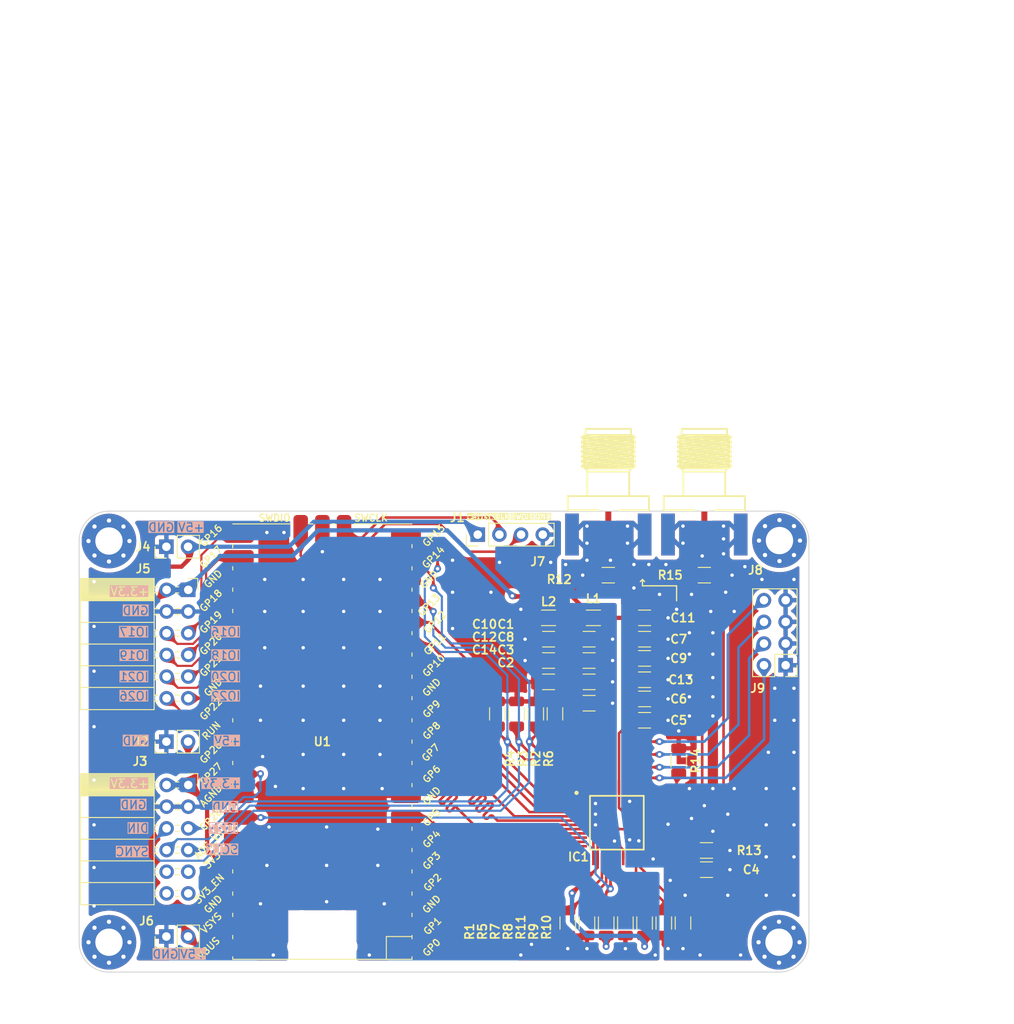
<source format=kicad_pcb>
(kicad_pcb (version 20240108) (generator "pcbnew") (generator_version "8.0")
  (layers (0 "F.Cu" signal) (31 "B.Cu" signal) (34 "B.Paste" user) (35 "F.Paste" user) (36 "B.SilkS" user "B.Silkscreen") (37 "F.SilkS" user "F.Silkscreen") (38 "B.Mask" user) (39 "F.Mask" user) (44 "Edge.Cuts" user))
  (net 0 "")
  (net 1 "+3.3V")
  (net 2 "+3.3VD")
  (net 3 "Net-(IC1-REF_IN)")
  (net 4 "+3.3VA")
  (net 5 "STBY")
  (net 6 "D8")
  (net 7 "VOUT1")
  (net 8 "VOUT4")
  (net 9 "D3")
  (net 10 "+5V")
  (net 11 "Net-(IC1-GSET)")
  (net 12 "D5")
  (net 13 "DIN")
  (net 14 "D4")
  (net 15 "D11")
  (net 16 "VOUT2")
  (net 17 "SCLK")
  (net 18 "Net-(IC1-~{CS})")
  (net 20 "D6")
  (net 21 "D9")
  (net 22 "Net-(IC1-I_OUT1)")
  (net 23 "Net-(IC1-I~{_OUT2})")
  (net 24 "Net-(IC1-FSA2)")
  (net 25 "D1")
  (net 26 "SYNC")
  (net 27 "VOUT3")
  (net 28 "SWCLK")
  (net 29 "SWDIO")
  (net 30 "Net-(IC1-FSA1)")
  (net 31 "D0")
  (net 32 "Net-(IC1-PDV)")
  (net 33 "CLK")
  (net 34 "Net-(IC1-I_~{OUT1})")
  (net 35 "D2")
  (net 36 "D10")
  (net 37 "GPIO17")
  (net 38 "D7")
  (net 39 "GPIO18")
  (net 40 "GPIO20")
  (net 41 "Net-(IC1-I_OUT2)")
  (net 42 "GPIO21")
  (net 43 "GPIO19")
  (net 44 "GPIO22")
  (net 45 "Net-(IC1-PD)")
  (net 46 "GPIO27_ADC1")
  (net 47 "GPIO26_ADC0")
  (net 52 "GNDD")
  (net 53 "GNDA")
  (net 58 "GPIO16")
  (footprint "Resistor_SMD:R_1206_3216Metric" (layer "F.Cu") (at 191.25 96.75 90)
    (property "Reference" "R11")
    (property "Value" "4.7K")
  )
  (footprint "Connector_PinHeader_2.54mm:PinHeader_2x04_P2.54mm_Vertical" (layer "F.Cu") (at 207.775 66.55 180)
    (property "Reference" "J9")
    (property "Value" "Conn_02x04_Odd_Even")
  )
  (footprint "Capacitor_SMD:C_1206_3216Metric" (layer "F.Cu") (at 184.75 68.5)
    (property "Reference" "C3")
    (property "Value" "100nF")
  )
  (footprint "Resistor_SMD:R_1206_3216Metric" (layer "F.Cu") (at 198.25 56)
    (property "Reference" "R15")
    (property "Value" "250")
  )
  (footprint "Capacitor_SMD:C_1206_3216Metric" (layer "F.Cu") (at 191.25 73)
    (property "Reference" "C5")
    (property "Value" "100nF")
  )
  (footprint "MountingHole:MountingHole_3.2mm_M3_Pad_Via" (layer "F.Cu") (at 128.5 99)
    (property "Reference" "REF**" (hide yes))
    (property "Value" "MountingHole_3.2mm_M3_Pad_Via")
  )
  (footprint "ICTAMKY_V8:RPi_Pico_SMD" (layer "F.Cu") (at 153.5 75.5 180)
    (property "Reference" "U1")
    (property "Value" "Pico")
  )
  (footprint "Capacitor_SMD:C_1206_3216Metric" (layer "F.Cu") (at 191.25 68.25)
    (property "Reference" "C13")
    (property "Value" "47uF")
  )
  (footprint "Inductor_SMD:L_1206_3216Metric" (layer "F.Cu") (at 180 61)
    (property "Reference" "L2")
    (property "Value" "39OHM")
  )
  (footprint "ICTAMKY_V8:AMPHENOL_132357-11" (layer "F.Cu") (at 187 49.665 -90)
    (property "Reference" "J7")
    (property "Value" "AMPHENOL_132357-11" (hide yes))
  )
  (footprint "Connector_PinHeader_2.54mm:PinHeader_1x02_P2.54mm_Vertical" (layer "F.Cu") (at 135.225 52.67 90)
    (property "Reference" "J4")
    (property "Value" "22-23-2021")
  )
  (footprint "Resistor_SMD:R_1206_3216Metric" (layer "F.Cu") (at 182.25 96.75 -90)
    (property "Reference" "R1")
    (property "Value" "49.9")
  )
  (footprint "Connector_PinSocket_2.54mm:PinSocket_2x06_P2.54mm_Horizontal" (layer "F.Cu") (at 137.79 80.58)
    (property "Reference" "J3")
    (property "Value" "90122-0126")
  )
  (footprint "Resistor_SMD:R_1206_3216Metric" (layer "F.Cu") (at 174 72.25 -90)
    (property "Reference" "R4")
    (property "Value" "49.9")
  )
  (footprint "MountingHole:MountingHole_3.2mm_M3_Pad_Via" (layer "F.Cu") (at 207.052944 51.947056)
    (property "Reference" "REF**" (hide yes))
    (property "Value" "MountingHole_3.2mm_M3_Pad_Via")
  )
  (footprint "Capacitor_SMD:C_1206_3216Metric" (layer "F.Cu") (at 191.25 65.75)
    (property "Reference" "C9")
    (property "Value" "10nF")
  )
  (footprint "Capacitor_SMD:C_1206_3216Metric" (layer "F.Cu") (at 180 66 180)
    (property "Reference" "C12")
    (property "Value" "100nF")
  )
  (footprint "Resistor_SMD:R_1206_3216Metric" (layer "F.Cu") (at 187 56 180)
    (property "Reference" "R12")
    (property "Value" "250")
  )
  (footprint "Resistor_SMD:R_1206_3216Metric" (layer "F.Cu") (at 186.75 96.75 -90)
    (property "Reference" "R7")
    (property "Value" "49.9")
  )
  (footprint "Capacitor_SMD:C_1206_3216Metric" (layer "F.Cu") (at 180 63.5 180)
    (property "Reference" "C10")
    (property "Value" "10nF")
  )
  (footprint "Capacitor_SMD:C_1206_3216Metric" (layer "F.Cu") (at 191.25 61)
    (property "Reference" "C11")
    (property "Value" "100nF")
  )
  (footprint "Resistor_SMD:R_1206_3216Metric" (layer "F.Cu") (at 184.5 96.75 -90)
    (property "Reference" "R5")
    (property "Value" "4.7K")
  )
  (footprint "Resistor_SMD:R_1206_3216Metric" (layer "F.Cu") (at 195.75 96.75 -90)
    (property "Reference" "R10")
    (property "Value" "19.6K")
  )
  (footprint "Resistor_SMD:R_1206_3216Metric" (layer "F.Cu") (at 189 96.75 -90)
    (property "Reference" "R8")
    (property "Value" "49.9")
  )
  (footprint "Capacitor_SMD:C_1206_3216Metric" (layer "F.Cu") (at 191.25 70.5)
    (property "Reference" "C6")
    (property "Value" "100nF")
  )
  (footprint "MountingHole:MountingHole_3.2mm_M3_Pad_Via" (layer "F.Cu") (at 128.5 52)
    (property "Reference" "REF**" (hide yes))
    (property "Value" "MountingHole_3.2mm_M3_Pad_Via")
  )
  (footprint "Capacitor_SMD:C_1206_3216Metric" (layer "F.Cu") (at 180 68.5 180)
    (property "Reference" "C14")
    (property "Value" "47uF")
  )
  (footprint "Inductor_SMD:L_1206_3216Metric" (layer "F.Cu") (at 185.25 61)
    (property "Reference" "L1")
    (property "Value" "39OHM")
  )
  (footprint "SamacSys_Parts:QFP50P900X900X120-48N" (layer "F.Cu") (at 188 85)
    (property "Reference" "IC1")
    (property "Value" "DAC2932PFBT" (hide yes))
  )
  (footprint "MountingHole:MountingHole_3.2mm_M3_Pad_Via" (layer "F.Cu") (at 207 99)
    (property "Reference" "REF**" (hide yes))
    (property "Value" "MountingHole_3.2mm_M3_Pad_Via")
  )
  (footprint "Resistor_SMD:R_1206_3216Metric" (layer "F.Cu") (at 193.5 96.75 -90)
    (property "Reference" "R9")
    (property "Value" "19.6K")
  )
  (footprint "Resistor_SMD:R_1206_3216Metric" (layer "F.Cu") (at 180.75 72.25 90)
    (property "Reference" "R6")
    (property "Value" "4.7K")
  )
  (footprint "Resistor_SMD:R_1206_3216Metric" (layer "F.Cu") (at 178.5 72.25 -90)
    (property "Reference" "R2")
    (property "Value" "49.9")
  )
  (footprint "Capacitor_SMD:C_1206_3216Metric" (layer "F.Cu") (at 184.75 63.5)
    (property "Reference" "C1")
    (property "Value" "100nF")
  )
  (footprint "Resistor_SMD:R_1206_3216Metric" (layer "F.Cu") (at 198.5 88.25)
    (property "Reference" "R13")
    (property "Value" "250")
  )
  (footprint "Connector_PinSocket_2.54mm:PinSocket_2x06_P2.54mm_Horizontal" (layer "F.Cu") (at 137.79 57.72)
    (property "Reference" "J5")
    (property "Value" "90122-0126")
  )
  (footprint "Capacitor_SMD:C_1206_3216Metric" (layer "F.Cu") (at 184.75 66)
    (property "Reference" "C8")
    (property "Value" "1nF")
  )
  (footprint "Resistor_SMD:R_1206_3216Metric" (layer "F.Cu") (at 176.25 72.25 -90)
    (property "Reference" "R3")
    (property "Value" "49.9")
  )
  (footprint "Capacitor_SMD:C_1206_3216Metric" (layer "F.Cu") (at 198.5 90.5)
    (property "Reference" "C4")
    (property "Value" "100nF")
  )
  (footprint "ICTAMKY_V8:AMPHENOL_132357-11" (layer "F.Cu") (at 198.25 49.665 -90)
    (property "Reference" "J8")
    (property "Value" "AMPHENOL_132357-11" (hide yes))
  )
  (footprint "Resistor_SMD:R_1206_3216Metric" (layer "F.Cu") (at 195.25 77.75 90)
    (property "Reference" "R14")
    (property "Value" "250")
  )
  (footprint "Connector_PinHeader_2.54mm:PinHeader_1x02_P2.54mm_Vertical" (layer "F.Cu") (at 135.225 98.33 90)
    (property "Reference" "J6")
    (property "Value" "22-23-2021")
  )
  (footprint "Capacitor_SMD:C_1206_3216Metric" (layer "F.Cu") (at 184.75 71)
    (property "Reference" "C2")
    (property "Value" "100nF")
  )
  (footprint "Capacitor_SMD:C_1206_3216Metric" (layer "F.Cu") (at 191.25 63.5)
    (property "Reference" "C7")
    (property "Value" "1nF")
  )
  (footprint "Connector_PinHeader_2.54mm:PinHeader_1x04_P2.54mm_Vertical" (layer "F.Cu") (at 171.7 51.25 90)
    (property "Reference" "J1")
    (property "Value" "Conn_01x04")
  )
  (footprint "Connector_PinHeader_2.54mm:PinHeader_1x02_P2.54mm_Vertical" (layer "F.Cu") (at 135.225 75.5 90)
    (property "Reference" "J2")
    (property "Value" "22-23-2021")
  )
  (footprint "ICTAMKY_V8:JOINT" (layer "B.Cu") (at 181.25 58.75)
    (property "Reference" "JO1" (hide yes))
    (property "Value" "JOINT")
  )
  (gr_line (start 195 57.25) (end 195 59) (stroke (width 0.15)) (layer "F.SilkS"))
  (gr_line (start 195 57.25) (end 191 57.25) (stroke (width 0.15)) (layer "F.SilkS"))
  (gr_line (start 191 56.5) (end 191.25 56.75) (stroke (width 0.15)) (layer "F.SilkS"))
  (gr_line (start 191 56.5) (end 190.75 56.75) (stroke (width 0.15)) (layer "F.SilkS"))
  (gr_line (start 191 57.25) (end 191 56.5) (stroke (width 0.15)) (layer "F.SilkS"))
  (gr_line (start 125 99) (end 125 52) (stroke (width 0.1)) (layer "Edge.Cuts"))
  (gr_arc (start 128.5 102.5) (mid 126.025126 101.474874) (end 125 99) (stroke (width 0.1)) (layer "Edge.Cuts"))
  (gr_arc (start 125 52) (mid 126.025126 49.525126) (end 128.5 48.5) (stroke (width 0.1)) (layer "Edge.Cuts"))
  (gr_arc (start 207 48.5) (mid 209.474874 49.525126) (end 210.5 52) (stroke (width 0.1)) (layer "Edge.Cuts"))
  (gr_line (start 128.5 48.5) (end 207 48.5) (stroke (width 0.1)) (layer "Edge.Cuts"))
  (gr_line (start 207 102.5) (end 128.5 102.5) (stroke (width 0.1)) (layer "Edge.Cuts"))
  (gr_arc (start 210.5 99) (mid 209.474874 101.474874) (end 207 102.5) (stroke (width 0.1)) (layer "Edge.Cuts"))
  (gr_line (start 210.5 52) (end 210.5 99) (stroke (width 0.1)) (layer "Edge.Cuts"))
  (gr_text "SCLK" (at 143.75 88.75 0) (layer "B.SilkS" knockout) (effects (font (size 1 1)) (justify left bottom mirror)))
  (gr_text "DIN" (at 133.25 86.25 0) (layer "B.SilkS" knockout) (effects (font (size 1 1)) (justify left bottom mirror)))
  (gr_text "IO20" (at 144 68.5 0) (layer "B.SilkS" knockout) (effects (font (size 1 1)) (justify left bottom mirror)))
  (gr_text "+5V" (at 139.75 51 0) (layer "B.SilkS" knockout) (effects (font (size 1 1)) (justify left bottom mirror)))
  (gr_text "GND" (at 133 83.5 0) (layer "B.SilkS" knockout) (effects (font (size 1 1)) (justify left bottom mirror)))
  (gr_text "GND" (at 143.75 83.75 0) (layer "B.SilkS" knockout) (effects (font (size 1 1)) (justify left bottom mirror)))
  (gr_text "IO17" (at 133.25 63.25 0) (layer "B.SilkS" knockout) (effects (font (size 1 1)) (justify left bottom mirror)))
  (gr_text "+3.3V" (at 133.25 58.5 0) (layer "B.SilkS" knockout) (effects (font (size 1 1)) (justify left bottom mirror)))
  (gr_text "+5V" (at 140 101 0) (layer "B.SilkS" knockout) (effects (font (size 1 1)) (justify left bottom mirror)))
  (gr_text "GND" (at 136.25 51 0) (layer "B.SilkS" knockout) (effects (font (size 1 1)) (justify left bottom mirror)))
  (gr_text "IO16" (at 144 63.25 0) (layer "B.SilkS" knockout) (effects (font (size 1 1)) (justify left bottom mirror)))
  (gr_text "GND" (at 136.75 101 0) (layer "B.SilkS" knockout) (effects (font (size 1 1)) (justify left bottom mirror)))
  (gr_text "GND" (at 133.25 60.75 0) (layer "B.SilkS" knockout) (effects (font (size 1 1)) (justify left bottom mirror)))
  (gr_text "+3.3V" (at 144 81 0) (layer "B.SilkS" knockout) (effects (font (size 1 1)) (justify left bottom mirror)))
  (gr_text "IO22" (at 144 70.75 0) (layer "B.SilkS" knockout) (effects (font (size 1 1)) (justify left bottom mirror)))
  (gr_text "GND" (at 133.25 76 0) (layer "B.SilkS" knockout) (effects (font (size 1 1)) (justify left bottom mirror)))
  (gr_text "IO26" (at 133.25 70.75 0) (layer "B.SilkS" knockout) (effects (font (size 1 1)) (justify left bottom mirror)))
  (gr_text "IO27" (at 143.75 86.25 0) (layer "B.SilkS" knockout) (effects (font (size 1 1)) (justify left bottom mirror)))
  (gr_text "IO18" (at 144 66 0) (layer "B.SilkS" knockout) (effects (font (size 1 1)) (justify left bottom mirror)))
  (gr_text "IO21" (at 133.25 68.5 0) (layer "B.SilkS" knockout) (effects (font (size 1 1)) (justify left bottom mirror)))
  (gr_text "+3.3V" (at 133.25 81 0) (layer "B.SilkS" knockout) (effects (font (size 1 1)) (justify left bottom mirror)))
  (gr_text "+5V" (at 144 76 0) (layer "B.SilkS" knockout) (effects (font (size 1 1)) (justify left bottom mirror)))
  (gr_text "SYNC" (at 133.25 89 0) (layer "B.SilkS" knockout) (effects (font (size 1 1)) (justify left bottom mirror)))
  (gr_text "IO19" (at 133.25 66 0) (layer "B.SilkS" knockout) (effects (font (size 1 1)) (justify left bottom mirror)))
  (gr_text "+5V" (at 170.35 49.5 0) (layer "F.SilkS" knockout) (effects (font (size 0.6 0.6) (thickness 0.1) (bold yes)) (justify left bottom)))
  (gr_text "SWDIO" (at 175.5 49.5 0) (layer "F.SilkS" knockout) (effects (font (size 0.6 0.6) (thickness 0.1) (bold yes)) (justify left bottom)))
  (gr_text "SWCLK" (at 172.4 49.5 0) (layer "F.SilkS" knockout) (effects (font (size 0.6 0.6) (thickness 0.1) (bold yes)) (justify left bottom)))
  (gr_text "GND" (at 178.4 49.5 0) (layer "F.SilkS" knockout) (effects (font (size 0.6 0.6) (thickness 0.1) (bold yes)) (justify left bottom)))
  (segment (start 182.75 58.5) (end 183.675 59.425) (width 0.5) (layer "F.Cu") (net 1))
  (segment (start 178.425 59.175) (end 177.75 58.5) (width 0.5) (layer "F.Cu") (net 1))
  (segment (start 175.825 58.5) (end 177.75 58.5) (width 0.5) (layer "F.Cu") (net 1))
  (segment (start 144.61 89.47) (end 141.22 89.47) (width 0.5) (layer "F.Cu") (net 1))
  (segment (start 140 82.79) (end 137.79 80.58) (width 0.5) (layer "F.Cu") (net 1))
  (segment (start 138.75 73.25) (end 135 73.25) (width 0.5) (layer "F.Cu") (net 1))
  (segment (start 178.5 58.5) (end 179.25 58.5) (width 0.5) (layer "F.Cu") (net 1))
  (segment (start 139.5 78.75) (end 139.5 74) (width 0.5) (layer "F.Cu") (net 1))
  (segment (start 175.825 58.5) (end 178.5 58.5) (width 0.5) (layer "F.Cu") (net 1))
  (segment (start 139.5 74) (end 138.75 73.25) (width 0.5) (layer "F.Cu") (net 1))
  (segment (start 178.425 59.25) (end 178.425 59.175) (width 0.5) (layer "F.Cu") (net 1))
  (segment (start 140 88.25) (end 140 82.79) (width 0.5) (layer "F.Cu") (net 1))
  (segment (start 175.75 58.425) (end 175.825 58.5) (width 0.5) (layer "F.Cu") (net 1))
  (segment (start 133.25 59.72) (end 135.25 57.72) (width 0.5) (layer "F.Cu") (net 1))
  (segment (start 141.22 89.47) (end 140 88.25) (width 0.5) (layer "F.Cu") (net 1))
  (segment (start 178.425 59.25) (end 178.5 59.25) (width 0.5) (layer "F.Cu") (net 1))
  (segment (start 137.79 80.46) (end 139.5 78.75) (width 0.5) (layer "F.Cu") (net 1))
  (segment (start 178.5 59.25) (end 178.5 58.5) (width 0.5) (layer "F.Cu") (net 1))
  (segment (start 135 73.25) (end 133.25 71.5) (width 0.5) (layer "F.Cu") (net 1))
  (segment (start 178.425 59.25) (end 178.425 61) (width 0.5) (layer "F.Cu") (net 1))
  (segment (start 183.675 59.425) (end 183.675 61) (width 0.5) (layer "F.Cu") (net 1))
  (segment (start 137.79 80.58) (end 137.79 80.46) (width 0.5) (layer "F.Cu") (net 1))
  (segment (start 178.5 59.25) (end 179.25 58.5) (width 0.5) (layer "F.Cu") (net 1))
  (segment (start 133.25 71.5) (end 133.25 59.72) (width 0.5) (layer "F.Cu") (net 1))
  (segment (start 179.25 58.5) (end 182.75 58.5) (width 0.5) (layer "F.Cu") (net 1))
  (via (at 175.75 58.425) (size 0.8) (drill 0.4) (layers "F.Cu" "B.Cu") (net 1))
  (segment (start 175.75 58.375) (end 168.125 50.75) (width 0.5) (layer "B.Cu") (net 1))
  (segment (start 150 53.75) (end 141.5 53.75) (width 0.5) (layer "B.Cu") (net 1))
  (segment (start 175.75 58.425) (end 175.75 58.375) (width 0.5) (layer "B.Cu") (net 1))
  (segment (start 135.25 80.58) (end 137.79 80.58) (width 0.5) (layer "B.Cu") (net 1))
  (segment (start 141.5 53.75) (end 137.79 57.46) (width 0.5) (layer "B.Cu") (net 1))
  (segment (start 135.25 57.72) (end 137.79 57.72) (width 0.5) (layer "B.Cu") (net 1))
  (segment (start 153 50.75) (end 150 53.75) (width 0.5) (layer "B.Cu") (net 1))
  (segment (start 137.79 57.46) (end 137.79 57.72) (width 0.5) (layer "B.Cu") (net 1))
  (segment (start 168.125 50.75) (end 153 50.75) (width 0.5) (layer "B.Cu") (net 1))
  (segment (start 183.275 72.275) (end 183.275 71) (width 0.3) (layer "F.Cu") (net 2))
  (segment (start 181.475 66) (end 183.275 66) (width 0.5) (layer "F.Cu") (net 2))
  (segment (start 187.75 85.575) (end 187.575 85.75) (width 0.3) (layer "F.Cu") (net 2))
  (segment (start 185.75 86.7125) (end 186.7125 85.75) (width 0.3) (layer "F.Cu") (net 2))
  (segment (start 187.75 80.762) (end 187.75 76.75) (width 0.3) (layer "F.Cu") (net 2))
  (segment (start 181.475 68.5) (end 183.275 68.5) (width 0.5) (layer "F.Cu") (net 2))
  (segment (start 187.25 85.75) (end 187.575 85.75) (width 0.3) (layer "F.Cu") (net 2))
  (segment (start 187.75 76.75) (end 183.275 72.275) (width 0.3) (layer "F.Cu") (net 2))
  (segment (start 183.275 63.5) (end 183.275 71) (width 0.5) (layer "F.Cu") (net 2))
  (segment (start 185 91) (end 185.75 90.25) (width 0.3) (layer "F.Cu") (net 2))
  (segment (start 181.575 68.4) (end 181.475 68.5) (width 0.5) (layer "F.Cu") (net 2))
  (segment (start 188.25 85.75) (end 187.575 85.75) (width 0.3) (layer "F.Cu") (net 2))
  (segment (start 192.238 85.75) (end 188.25 85.75) (width 0.3) (layer "F.Cu") (net 2))
  (segment (start 185.75 90.25) (end 185.75 89.238) (width 0.3) (layer "F.Cu") (net 2))
  (segment (start 186.75 98.2125) (end 186.75 99.5) (width 0.5) (layer "F.Cu") (net 2))
  (segment (start 185.75 89.238) (end 185.75 86.7125) (width 0.3) (layer "F.Cu") (net 2))
  (segment (start 181.575 61) (end 181.575 68.4) (width 0.5) (layer "F.Cu") (net 2))
  (segment (start 187.75 85.25) (end 187.25 85.75) (width 0.3) (layer "F.Cu") (net 2))
  (segment (start 191.25 98.2125) (end 191.25 99.5) (width 0.5) (layer "F.Cu") (net 2))
  (segment (start 182.75 93.25) (end 185 91) (width 0.5) (layer "F.Cu") (net 2))
  (segment (start 187.75 85.25) (end 188.25 85.75) (width 0.3) (layer "F.Cu") (net 2))
  (segment (start 186.7125 85.75) (end 187.25 85.75) (width 0.3) (layer "F.Cu") (net 2))
  (segment (start 181.475 63.5) (end 183.275 63.5) (width 0.5) (layer "F.Cu") (net 2))
  (segment (start 187.75 80.762) (end 187.75 85.25) (width 0.3) (layer "F.Cu") (net 2))
  (segment (start 187.75 85.25) (end 187.75 85.575) (width 0.3) (layer "F.Cu") (net 2))
  (via (at 182.75 93.25) (size 0.8) (drill 0.4) (layers "F.Cu" "B.Cu") (net 2))
  (via (at 186.75 99.5) (size 0.8) (drill 0.4) (layers "F.Cu" "B.Cu") (net 2))
  (via (at 191.25 99.5) (size 0.8) (drill 0.4) (layers "F.Cu" "B.Cu") (net 2))
  (segment (start 182.75 96.5) (end 184.5 98.25) (width 0.5) (layer "B.Cu") (net 2))
  (segment (start 186.75 98.75) (end 186.75 98.25) (width 0.5) (layer "B.Cu") (net 2))
  (segment (start 191.25 99) (end 190.5 98.25) (width 0.5) (layer "B.Cu") (net 2))
  (segment (start 184.5 98.25) (end 186.25 98.25) (width 0.5) (layer "B.Cu") (net 2))
  (segment (start 191.25 99.5) (end 191.25 99) (width 0.5) (layer "B.Cu") (net 2))
  (segment (start 186.75 98.25) (end 186.25 98.25) (width 0.5) (layer "B.Cu") (net 2))
  (segment (start 186.75 98.75) (end 186.25 98.25) (width 0.5) (layer "B.Cu") (net 2))
  (segment (start 190.5 98.25) (end 187.25 98.25) (width 0.5) (layer "B.Cu") (net 2))
  (segment (start 182.75 93.25) (end 182.75 96.5) (width 0.5) (layer "B.Cu") (net 2))
  (segment (start 187.25 98.25) (end 186.75 98.25) (width 0.5) (layer "B.Cu") (net 2))
  (segment (start 186.75 99.5) (end 186.75 98.75) (width 0.5) (layer "B.Cu") (net 2))
  (segment (start 186.75 98.75) (end 187.25 98.25) (width 0.5) (layer "B.Cu") (net 2))
  (segment (start 197.025 90.5) (end 196.25 90.5) (width 0.3) (layer "F.Cu") (net 3))
  (segment (start 193.5 87.75) (end 192.288 87.75) (width 0.3) (layer "F.Cu") (net 3))
  (segment (start 196.25 90.5) (end 193.5 87.75) (width 0.3) (layer "F.Cu") (net 3))
  (segment (start 189.75 83.75) (end 189.25 83.75) (width 0.3) (layer "F.Cu") (net 4))
  (segment (start 188.25 80.762) (end 188.25 74.525) (width 0.3) (layer "F.Cu") (net 4))
  (segment (start 189.775 61) (end 189.775 73) (width 0.5) (layer "F.Cu") (net 4))
  (segment (start 189.75 83.75) (end 188.75 83.75) (width 0.3) (layer "F.Cu") (net 4))
  (segment (start 190.1375 83.3625) (end 190.1375 83.75) (width 0.3) (layer "F.Cu") (net 4))
  (segment (start 190.75 82.75) (end 190.1375 83.3625) (width 0.3) (layer "F.Cu") (net 4))
  (segment (start 189.75 83.75) (end 190.1375 83.3625) (width 0.3) (layer "F.Cu") (net 4))
  (segment (start 190.5 85.25) (end 192.238 85.25) (width 0.3) (layer "F.Cu") (net 4))
  (segment (start 192.238 82.75) (end 190.75 82.75) (width 0.3) (layer "F.Cu") (net 4))
  (segment (start 190.1375 84.25) (end 190.1375 84.8875) (width 0.3) (layer "F.Cu") (net 4))
  (segment (start 190.1375 83.75) (end 189.75 83.75) (width 0.3) (layer "F.Cu") (net 4))
  (segment (start 190.1375 84.8875) (end 190.5 85.25) (width 0.3) (layer "F.Cu") (net 4))
  (segment (start 190.1375 83.75) (end 190.1375 84.25) (width 0.3) (layer "F.Cu") (net 4))
  (segment (start 189.775 61) (end 186.825 61) (width 0.5) (layer "F.Cu") (net 4))
  (segment (start 188.75 83.75) (end 188.25 83.25) (width 0.3) (layer "F.Cu") (net 4))
  (segment (start 189.25 83.75) (end 189.6375 83.75) (width 0.3) (layer "F.Cu") (net 4))
  (segment (start 188.25 74.525) (end 189.775 73) (width 0.3) (layer "F.Cu") (net 4))
  (segment (start 188.25 83.25) (end 188.25 80.762) (width 0.3) (layer "F.Cu") (net 4))
  (segment (start 189.6375 83.75) (end 190.1375 84.25) (width 0.3) (layer "F.Cu") (net 4))
  (segment (start 187.25 92.75) (end 186.75 93.25) (width 0.3) (layer "F.Cu") (net 5))
  (segment (start 186.75 93.25) (end 186.75 95.2875) (width 0.3) (layer "F.Cu") (net 5))
  (segment (start 187.25 92.75) (end 187.25 89.238) (width 0.3) (layer "F.Cu") (net 5))
  (segment (start 146.265 84.39) (end 146.275 84.4) (width 0.3) (layer "F.Cu") (net 5))
  (segment (start 144.61 84.39) (end 146.265 84.39) (width 0.3) (layer "F.Cu") (net 5))
  (via (at 187.25 92.75) (size 0.8) (drill 0.4) (layers "F.Cu" "B.Cu") (net 5))
  (via (at 146.275 84.4) (size 0.8) (drill 0.4) (layers "F.Cu" "B.Cu") (net 5))
  (segment (start 185.5 88.4) (end 181.5 84.4) (width 0.25) (layer "B.Cu") (net 5))
  (segment (start 187.25 92.75) (end 185.5 91) (width 0.25) (layer "B.Cu") (net 5))
  (segment (start 181.5 84.4) (end 146.275 84.4) (width 0.25) (layer "B.Cu") (net 5))
  (segment (start 185.5 91) (end 185.5 88.4) (width 0.25) (layer "B.Cu") (net 5))
  (segment (start 167.389789 74.644018) (end 167.304933 74.559162) (width 0.3) (layer "F.Cu") (net 6))
  (segment (start 166.659255 72.659255) (end 165.861025 71.861025) (width 0.3) (layer "F.Cu") (net 6))
  (segment (start 168.865438 75.20485) (end 168.57774 75.492545) (width 0.3) (layer "F.Cu") (net 6))
  (segment (start 168.44117 74.780582) (end 168.610875 74.610877) (width 0.3) (layer "F.Cu") (net 6))
  (segment (start 168.644027 73.729193) (end 168.18661 74.186609) (width 0.3) (layer "F.Cu") (net 6))
  (segment (start 168.153473 75.068278) (end 168.44117 74.780582) (width 0.3) (layer "F.Cu") (net 6))
  (segment (start 167.795486 72.880668) (end 167.338077 73.338076) (width 0.3) (layer "F.Cu") (net 6))
  (segment (start 165.69 71.69) (end 162.39 71.69) (width 0.3) (layer "F.Cu") (net 6))
  (segment (start 165.861025 71.861025) (end 165.69 71.69) (width 0.3) (layer "F.Cu") (net 6))
  (segment (start 166.45641 73.371213) (end 166.744107 73.083517) (width 0.3) (layer "F.Cu") (net 6))
  (segment (start 166.744106 72.744105) (end 166.659255 72.659255) (width 0.3) (layer "F.Cu") (net 6))
  (segment (start 168.23833 75.492546) (end 168.153474 75.40769) (width 0.3) (layer "F.Cu") (net 6))
  (segment (start 183.762 83.75) (end 177.75 83.75) (width 0.3) (layer "F.Cu") (net 6))
  (segment (start 168.186611 74.186611) (end 167.729201 74.644018) (width 0.3) (layer "F.Cu") (net 6))
  (segment (start 167.338077 73.338076) (end 167.338078 73.338078) (width 0.3) (layer "F.Cu") (net 6))
  (segment (start 169.068293 73.814048) (end 168.983438 73.729193) (width 0.3) (layer "F.Cu") (net 6))
  (segment (start 168.610875 74.610877) (end 168.610877 74.610877) (width 0.3) (layer "F.Cu") (net 6))
  (segment (start 168.18661 74.186609) (end 168.186611 74.186611) (width 0.3) (layer "F.Cu") (net 6))
  (segment (start 168.610877 74.610877) (end 169.068293 74.15346) (width 0.3) (layer "F.Cu") (net 6))
  (segment (start 168.219752 72.965523) (end 168.134897 72.880668) (width 0.3) (layer "F.Cu") (net 6))
  (segment (start 167.304934 74.219752) (end 167.762341 73.762342) (width 0.3) (layer "F.Cu") (net 6))
  (segment (start 167.338078 73.338078) (end 167.168371 73.507782) (width 0.3) (layer "F.Cu") (net 6))
  (segment (start 167.168371 73.507782) (end 166.880675 73.795478) (width 0.3) (layer "F.Cu") (net 6))
  (segment (start 167.762341 73.762342) (end 167.762344 73.762344) (width 0.3) (layer "F.Cu") (net 6))
  (segment (start 177.75 83.75) (end 169.20485 75.20485) (width 0.3) (layer "F.Cu") (net 6))
  (segment (start 167.762344 73.762344) (end 168.219752 73.304935) (width 0.3) (layer "F.Cu") (net 6))
  (segment (start 166.541263 73.795478) (end 166.45641 73.710625) (width 0.3) (layer "F.Cu") (net 6))
  (arc (start 167.304933 74.559162) (mid 167.234638 74.389457) (end 167.304934 74.219752) (width 0.3) (layer "F.Cu") (net 6))
  (arc (start 169.068293 74.15346) (mid 169.138588 73.983754) (end 169.068293 73.814048) (width 0.3) (layer "F.Cu") (net 6))
  (arc (start 168.983438 73.729193) (mid 168.813733 73.658898) (end 168.644027 73.729193) (width 0.3) (layer "F.Cu") (net 6))
  (arc (start 169.20485 75.20485) (mid 169.035143 75.134554) (end 168.865438 75.20485) (width 0.3) (layer "F.Cu") (net 6))
  (arc (start 168.219752 73.304935) (mid 168.290047 73.135229) (end 168.219752 72.965523) (width 0.3) (layer "F.Cu") (net 6))
  (arc (start 166.45641 73.710625) (mid 166.386116 73.54092) (end 166.45641 73.371213) (width 0.3) (layer "F.Cu") (net 6))
  (arc (start 167.729201 74.644018) (mid 167.559496 74.714314) (end 167.389789 74.644018) (width 0.3) (layer "F.Cu") (net 6))
  (arc (start 166.880675 73.795478) (mid 166.71097 73.865774) (end 166.541263 73.795478) (width 0.3) (layer "F.Cu") (net 6))
  (arc (start 168.134897 72.880668) (mid 167.965192 72.810373) (end 167.795486 72.880668) (width 0.3) (layer "F.Cu") (net 6))
  (arc (start 168.153474 75.40769) (mid 168.083179 75.237985) (end 168.153473 75.068278) (width 0.3) (layer "F.Cu") (net 6))
  (arc (start 168.57774 75.492545) (mid 168.408035 75.562841) (end 168.23833 75.492546) (width 0.3) (layer "F.Cu") (net 6))
  (arc (start 166.744107 73.083517) (mid 166.814401 72.91381) (end 166.744106 72.744105) (width 0.3) (layer "F.Cu") (net 6))
  (segment (start 191 79.75) (end 193 79.75) (width 0.3) (layer "F.Cu") (net 7))
  (segment (start 190.75 80) (end 191 79.75) (width 0.3) (layer "F.Cu") (net 7))
  (segment (start 190.75 80.762) (end 190.75 80) (width 0.3) (layer "F.Cu") (net 7))
  (via (at 193 79.75) (size 0.8) (drill 0.4) (layers "F.Cu" "B.Cu") (net 7))
  (segment (start 193 79.75) (end 200.75 79.75) (width 0.3) (layer "B.Cu") (net 7))
  (segment (start 200.75 79.75) (end 205.25 75.25) (width 0.3) (layer "B.Cu") (net 7))
  (segment (start 205.25 66.565) (end 205.235 66.55) (width 0.3) (layer "B.Cu") (net 7))
  (segment (start 205.25 75.25) (end 205.25 66.565) (width 0.3) (layer "B.Cu") (net 7))
  (segment (start 191 75.5) (end 193 75.5) (width 0.3) (layer "F.Cu") (net 8))
  (segment (start 189.25 77.25) (end 190 76.5) (width 0.3) (layer "F.Cu") (net 8))
  (segment (start 190 76.5) (end 191 75.5) (width 0.3) (layer "F.Cu") (net 8))
  (segment (start 189.25 80.762) (end 189.25 77.25) (width 0.3) (layer "F.Cu") (net 8))
  (via (at 193 75.5) (size 0.8) (drill 0.4) (layers "F.Cu" "B.Cu") (net 8))
  (segment (start 201 63) (end 205.07 58.93) (width 0.3) (layer "B.Cu") (net 8))
  (segment (start 193 75.5) (end 198.25 75.5) (width 0.3) (layer "B.Cu") (net 8))
  (segment (start 198.25 75.5) (end 201 72.75) (width 0.3) (layer "B.Cu") (net 8))
  (segment (start 201 72.75) (end 201 63) (width 0.3) (layer "B.Cu") (net 8))
  (segment (start 205.07 58.93) (end 205.235 58.93) (width 0.3) (layer "B.Cu") (net 8))
  (segment (start 173.16 90.235773) (end 173.16 89.74) (width 0.3) (layer "F.Cu") (net 9))
  (segment (start 173.16 89.5) (end 173.16 88.764227) (width 0.3) (layer "F.Cu") (net 9))
  (segment (start 171.96 90.235773) (end 171.96 89.5) (width 0.3) (layer "F.Cu") (net 9))
  (segment (start 171.12 90.475773) (end 171 90.475773) (width 0.3) (layer "F.Cu") (net 9))
  (segment (start 175.5 89.5) (end 174 89.5) (width 0.3) (layer "F.Cu") (net 9))
  (segment (start 170.16 88.764206) (end 170.16 89.26) (width 0.3) (layer "F.Cu") (net 9))
  (segment (start 173.16 89.74) (end 173.16 89.5) (width 0.3) (layer "F.Cu") (net 9))
  (segment (start 173.76 89.74) (end 173.76 90.235773) (width 0.3) (layer "F.Cu") (net 9))
  (segment (start 173.52 90.475773) (end 173.4 90.475773) (width 0.3) (layer "F.Cu") (net 9))
  (segment (start 170.76 89.5) (end 170.76 89.26) (width 0.3) (layer "F.Cu") (net 9))
  (segment (start 169.214505 89.5) (end 167.875 89.5) (width 0.3) (layer "F.Cu") (net 9))
  (segment (start 170.52 88.524206) (end 170.4 88.524206) (width 0.3) (layer "F.Cu") (net 9))
  (segment (start 171.96 89.5) (end 171.96 88.764206) (width 0.3) (layer "F.Cu") (net 9))
  (segment (start 172.56 88.764227) (end 172.56 89.5) (width 0.3) (layer "F.Cu") (net 9))
  (segment (start 165.305 86.93) (end 162.39 86.93) (width 0.3) (layer "F.Cu") (net 9))
  (segment (start 172.32 90.475773) (end 172.2 90.475773) (width 0.3) (layer "F.Cu") (net 9))
  (segment (start 169.8 89.5) (end 169.214505 89.5) (width 0.3) (layer "F.Cu") (net 9))
  (segment (start 170.76 90.235773) (end 170.76 89.5) (width 0.3) (layer "F.Cu") (net 9))
  (segment (start 172.92 88.524227) (end 172.8 88.524227) (width 0.3) (layer "F.Cu") (net 9))
  (segment (start 170.76 89.26) (end 170.76 88.764206) (width 0.3) (layer "F.Cu") (net 9))
  (segment (start 178.75 86.25) (end 175.5 89.5) (width 0.3) (layer "F.Cu") (net 9))
  (segment (start 172.56 89.5) (end 172.56 90.235773) (width 0.3) (layer "F.Cu") (net 9))
  (segment (start 169.92 89.5) (end 169.8 89.5) (width 0.3) (layer "F.Cu") (net 9))
  (segment (start 183.712 86.25) (end 178.75 86.25) (width 0.3) (layer "F.Cu") (net 9))
  (segment (start 167.875 89.5) (end 165.305 86.93) (width 0.3) (layer "F.Cu") (net 9))
  (segment (start 171.36 88.764206) (end 171.36 89.5) (width 0.3) (layer "F.Cu") (net 9))
  (segment (start 171.36 89.5) (end 171.36 90.235773) (width 0.3) (layer "F.Cu") (net 9))
  (segment (start 171.72 88.524206) (end 171.6 88.524206) (width 0.3) (layer "F.Cu") (net 9))
  (arc (start 172.56 90.235773) (mid 172.489706 90.405479) (end 172.32 90.475773) (width 0.3) (layer "F.Cu") (net 9))
  (arc (start 171.96 88.764206) (mid 171.889706 88.5945) (end 171.72 88.524206) (width 0.3) (layer "F.Cu") (net 9))
  (arc (start 173.16 88.764227) (mid 173.089706 88.594521) (end 172.92 88.524227) (width 0.3) (layer "F.Cu") (net 9))
  (arc (start 172.8 88.524227) (mid 172.630294 88.594521) (end 172.56 88.764227) (width 0.3) (layer "F.Cu") (net 9))
  (arc (start 171.6 88.524206) (mid 171.430294 88.5945) (end 171.36 88.764206) (width 0.3) (layer "F.Cu") (net 9))
  (arc (start 171 90.475773) (mid 170.830294 90.405479) (end 170.76 90.235773) (width 0.3) (layer "F.Cu") (net 9))
  (arc (start 172.2 90.475773) (mid 172.030294 90.405479) (end 171.96 90.235773) (width 0.3) (layer "F.Cu") (net 9))
  (arc (start 173.76 90.235773) (mid 173.689706 90.405479) (end 173.52 90.475773) (width 0.3) (layer "F.Cu") (net 9))
  (arc (start 174 89.5) (mid 173.830294 89.570294) (end 173.76 89.74) (width 0.3) (layer "F.Cu") (net 9))
  (arc (start 170.76 88.764206) (mid 170.689706 88.5945) (end 170.52 88.524206) (width 0.3) (layer "F.Cu") (net 9))
  (arc (start 170.16 89.26) (mid 170.089706 89.429706) (end 169.92 89.5) (width 0.3) (layer "F.Cu") (net 9))
  (arc (start 173.4 90.475773) (mid 173.230294 90.405479) (end 173.16 90.235773) (width 0.3) (layer "F.Cu") (net 9))
  (arc (start 170.4 88.524206) (mid 170.230294 88.5945) (end 170.16 88.764206) (width 0.3) (layer "F.Cu") (net 9))
  (arc (start 171.36 90.235773) (mid 171.289706 90.405479) (end 171.12 90.475773) (width 0.3) (layer "F.Cu") (net 9))
  (segment (start 132.5 77.75) (end 137.25 77.75) (width 0.5) (layer "F.Cu") (net 10))
  (segment (start 139.065 99.63) (end 137.765 98.33) (width 0.5) (layer "F.Cu") (net 10))
  (segment (start 131.5 94.125) (end 131.5 78.5) (width 0.5) (layer "F.Cu") (net 10))
  (segment (start 132.25 77.75) (end 131.5 78.5) (width 0.5) (layer "F.Cu") (net 10))
  (segment (start 131.5 77.75) (end 132.5 77.75) (width 0.5) (layer "F.Cu") (net 10))
  (segment (start 137.25 77.75) (end 137.765 77.235) (width 0.5) (layer "F.Cu") (net 10))
  (segment (start 137.765 98.33) (end 137.765 97.765) (width 0.5) (layer "F.Cu") (net 10))
  (segment (start 133.625 96.25) (end 131.5 94.125) (width 0.5) (layer "F.Cu") (net 10))
  (segment (start 137.765 54.235) (end 137 55) (width 0.5) (layer "F.Cu") (net 10))
  (segment (start 136.25 96.25) (end 133.625 96.25) (width 0.5) (layer "F.Cu") (net 10))
  (segment (start 131.5 78.5) (end 131.5 77) (width 0.5) (layer "F.Cu") (net 10))
  (segment (start 137.765 77.235) (end 137.765 75.5) (width 0.5) (layer "F.Cu") (net 10))
  (segment (start 134 55) (end 131.5 57.5) (width 0.5) (layer "F.Cu") (net 10))
  (segment (start 132.25 77.75) (end 131.5 77) (width 0.5) (layer "F.Cu") (net 10))
  (segment (start 137.765 52.67) (end 137.765 54.235) (width 0.5) (layer "F.Cu") (net 10))
  (segment (start 132.5 77.75) (end 132.25 77.75) (width 0.5) (layer "F.Cu") (net 10))
  (segment (start 137.765 97.765) (end 136.25 96.25) (width 0.5) (layer "F.Cu") (net 10))
  (segment (start 137 55) (end 134 55) (width 0.5) (layer "F.Cu") (net 10))
  (segment (start 131.5 57.5) (end 131.5 77) (width 0.5) (layer "F.Cu") (net 10))
  (segment (start 144.61 99.63) (end 139.065 99.63) (width 0.5) (layer "F.Cu") (net 10))
  (segment (start 149.58 52.67) (end 137.765 52.67) (width 0.5) (layer "B.Cu") (net 10))
  (segment (start 152.5 49.75) (end 149.58 52.67) (width 0.5) (layer "B.Cu") (net 10))
  (segment (start 171.7 51.25) (end 170.2 49.75) (width 0.5) (layer "B.Cu") (net 10))
  (segment (start 170.2 49.75) (end 152.5 49.75) (width 0.5) (layer "B.Cu") (net 10))
  (segment (start 188.25 89.238) (end 188.25 91) (width 0.3) (layer "F.Cu") (net 11))
  (segment (start 191.25 94) (end 191.25 95.2875) (width 0.3) (layer "F.Cu") (net 11))
  (segment (start 188.25 91) (end 191.25 94) (width 0.3) (layer "F.Cu") (net 11))
  (segment (start 168.656027 82.656027) (end 169.170436 82.141617) (width 0.3) (layer "F.Cu") (net 12))
  (segment (start 168.141623 83.170428) (end 168.48632 82.825732) (width 0.3) (layer "F.Cu") (net 12))
  (segment (start 183.762 85.25) (end 171.25 85.25) (width 0.3) (layer "F.Cu") (net 12))
  (segment (start 166.529446 81.897598) (end 166.44459 81.812742) (width 0.3) (layer "F.Cu") (net 12))
  (segment (start 168.910588 83.25) (end 168.56589 83.594695) (width 0.3) (layer "F.Cu") (net 12))
  (segment (start 167.293091 82.321895) (end 167.807491 81.807492) (width 0.3) (layer "F.Cu") (net 12))
  (segment (start 168.321903 80.953673) (end 168.237048 80.868818) (width 0.3) (layer "F.Cu") (net 12))
  (segment (start 167.807494 81.807494) (end 168.321903 81.293084) (width 0.3) (layer "F.Cu") (net 12))
  (segment (start 166.958961 80.958961) (end 167.128666 80.789255) (width 0.3) (layer "F.Cu") (net 12))
  (segment (start 167.049105 80.020287) (end 166.704401 80.36499) (width 0.3) (layer "F.Cu") (net 12))
  (segment (start 167.128666 80.789255) (end 167.47337 80.444551) (width 0.3) (layer "F.Cu") (net 12))
  (segment (start 168.74617 81.717351) (end 168.23176 82.23176) (width 0.3) (layer "F.Cu") (net 12))
  (segment (start 171.25 85.25) (end 169.25 83.25) (width 0.3) (layer "F.Cu") (net 12))
  (segment (start 168.23176 82.23176) (end 168.231761 82.231761) (width 0.3) (layer "F.Cu") (net 12))
  (segment (start 168.48632 82.825732) (end 168.656025 82.656027) (width 0.3) (layer "F.Cu") (net 12))
  (segment (start 166 80) (end 165.31 79.31) (width 0.3) (layer "F.Cu") (net 12))
  (segment (start 166.280138 80.280138) (end 166 80) (width 0.3) (layer "F.Cu") (net 12))
  (segment (start 169.170436 81.802206) (end 169.085581 81.717351) (width 0.3) (layer "F.Cu") (net 12))
  (segment (start 168.231761 82.231761) (end 167.717358 82.746161) (width 0.3) (layer "F.Cu") (net 12))
  (segment (start 165.31 79.31) (end 162.39 79.31) (width 0.3) (layer "F.Cu") (net 12))
  (segment (start 167.47337 80.10514) (end 167.388517 80.020287) (width 0.3) (layer "F.Cu") (net 12))
  (segment (start 167.807491 81.807492) (end 167.807494 81.807494) (width 0.3) (layer "F.Cu") (net 12))
  (segment (start 168.656025 82.656027) (end 168.656027 82.656027) (width 0.3) (layer "F.Cu") (net 12))
  (segment (start 167.377946 82.746161) (end 167.29309 82.661305) (width 0.3) (layer "F.Cu") (net 12))
  (segment (start 167.383228 81.383228) (end 166.868856 81.897597) (width 0.3) (layer "F.Cu") (net 12))
  (segment (start 168.22648 83.594696) (end 168.141624 83.50984) (width 0.3) (layer "F.Cu") (net 12))
  (segment (start 166.444589 81.47333) (end 166.95896 80.95896) (width 0.3) (layer "F.Cu") (net 12))
  (segment (start 167.897637 80.868818) (end 167.383227 81.383227) (width 0.3) (layer "F.Cu") (net 12))
  (segment (start 166.95896 80.95896) (end 166.958961 80.958961) (width 0.3) (layer "F.Cu") (net 12))
  (segment (start 167.383227 81.383227) (end 167.383228 81.383228) (width 0.3) (layer "F.Cu") (net 12))
  (segment (start 166.364989 80.36499) (end 166.280138 80.280138) (width 0.3) (layer "F.Cu") (net 12))
  (arc (start 169.085581 81.717351) (mid 168.915876 81.647056) (end 168.74617 81.717351) (width 0.3) (layer "F.Cu") (net 12))
  (arc (start 168.321903 81.293084) (mid 168.392198 81.123378) (end 168.321903 80.953673) (width 0.3) (layer "F.Cu") (net 12))
  (arc (start 167.29309 82.661305) (mid 167.222795 82.4916) (end 167.293091 82.321895) (width 0.3) (layer "F.Cu") (net 12))
  (arc (start 166.44459 81.812742) (mid 166.374295 81.643037) (end 166.444589 81.47333) (width 0.3) (layer "F.Cu") (net 12))
  (arc (start 168.141624 83.50984) (mid 168.071329 83.340135) (end 168.141623 83.170428) (width 0.3) (layer "F.Cu") (net 12))
  (arc (start 166.868856 81.897597) (mid 166.699151 81.967893) (end 166.529446 81.897598) (width 0.3) (layer "F.Cu") (net 12))
  (arc (start 167.388517 80.020287) (mid 167.218811 79.949992) (end 167.049105 80.020287) (width 0.3) (layer "F.Cu") (net 12))
  (arc (start 167.47337 80.444551) (mid 167.543665 80.274845) (end 167.47337 80.10514) (width 0.3) (layer "F.Cu") (net 12))
  (arc (start 168.56589 83.594695) (mid 168.396185 83.664991) (end 168.22648 83.594696) (width 0.3) (layer "F.Cu") (net 12))
  (arc (start 168.237048 80.868818) (mid 168.067343 80.798523) (end 167.897637 80.868818) (width 0.3) (layer "F.Cu") (net 12))
  (arc (start 169.25 83.25) (mid 169.080293 83.179704) (end 168.910588 83.25) (width 0.3) (layer "F.Cu") (net 12))
  (arc (start 166.704401 80.36499) (mid 166.534695 80.435285) (end 166.364989 80.36499) (width 0.3) (layer "F.Cu") (net 12))
  (arc (start 167.717358 82.746161) (mid 167.547653 82.816457) (end 167.377946 82.746161) (width 0.3) (layer "F.Cu") (net 12))
  (arc (start 169.170436 82.141617) (mid 169.240731 81.971911) (end 169.170436 81.802206) (width 0.3) (layer "F.Cu") (net 12))
  (segment (start 177.75 75.5) (end 178.525 76.275) (width 0.3) (layer "F.Cu") (net 13))
  (segment (start 166.5 57.5) (end 166.5 56.25) (width 0.3) (layer "F.Cu") (net 13))
  (segment (start 178.525 76.275) (end 184.775 76.275) (width 0.3) (layer "F.Cu") (net 13))
  (segment (start 178.5 74.75) (end 178.5 73.7125) (width 0.3) (layer "F.Cu") (net 13))
  (segment (start 184.775 76.275) (end 186.75 78.25) (width 0.3) (layer "F.Cu") (net 13))
  (segment (start 186.75 78.25) (end 186.75 80.762) (width 0.3) (layer "F.Cu") (net 13))
  (segment (start 164.16 53.91) (end 162.39 53.91) (width 0.3) (layer "F.Cu") (net 13))
  (segment (start 166.5 56.25) (end 164.16 53.91) (width 0.3) (layer "F.Cu") (net 13))
  (segment (start 177.75 75.5) (end 178.5 74.75) (width 0.3) (layer "F.Cu") (net 13))
  (via (at 166.5 57.5) (size 0.8) (drill 0.4) (layers "F.Cu" "B.Cu") (net 13))
  (via (at 177.75 75.5) (size 0.8) (drill 0.4) (layers "F.Cu" "B.Cu") (net 13))
  (segment (start 133.775 88.75) (end 133.775 87.135) (width 0.25) (layer "B.Cu") (net 13))
  (segment (start 168.625 64) (end 173.2375 64) (width 0.25) (layer "B.Cu") (net 13))
  (segment (start 177.75 75.5) (end 177.725 75.525) (width 0.25) (layer "B.Cu") (net 13))
  (segment (start 177.725 75.525) (end 177.725 80.275) (width 0.25) (layer "B.Cu") (net 13))
  (segment (start 145.45 83.6) (end 139.6 89.45) (width 0.25) (layer "B.Cu") (net 13))
  (segment (start 167.5 62.875) (end 168.625 64) (width 0.25) (layer "B.Cu") (net 13))
  (segment (start 174.4 83.6) (end 145.45 83.6) (width 0.25) (layer "B.Cu") (net 13))
  (segment (start 177.725 80.275) (end 174.4 83.6) (width 0.25) (layer "B.Cu") (net 13))
  (segment (start 173.2375 64) (end 177.75 68.5125) (width 0.25) (layer "B.Cu") (net 13))
  (segment (start 177.75 68.5125) (end 177.75 75.5) (width 0.25) (layer "B.Cu") (net 13))
  (segment (start 133.775 87.135) (end 135.25 85.66) (width 0.25) (layer "B.Cu") (net 13))
  (segment (start 166.5 57.5) (end 167.5 58.5) (width 0.25) (layer "B.Cu") (net 13))
  (segment (start 134.475 89.45) (end 133.775 88.75) (width 0.25) (layer "B.Cu") (net 13))
  (segment (start 167.5 58.5) (end 167.5 62.875) (width 0.25) (layer "B.Cu") (net 13))
  (segment (start 139.6 89.45) (end 134.475 89.45) (width 0.25) (layer "B.Cu") (net 13))
  (segment (start 174.56 87) (end 174.56 87.679804) (width 0.3) (layer "F.Cu") (net 14))
  (segment (start 172.16 87.24) (end 172.16 87.62982) (width 0.3) (layer "F.Cu") (net 14))
  (segment (start 173.36 86.320196) (end 173.36 87) (width 0.3) (layer "F.Cu") (net 14))
  (segment (start 172.76 87.62982) (end 172.76 87) (width 0.3) (layer "F.Cu") (net 14))
  (segment (start 175.16 87) (end 175.16 86.320196) (width 0.3) (layer "F.Cu") (net 14))
  (segment (start 174.92 86.080196) (end 174.8 86.080196) (width 0.3) (layer "F.Cu") (net 14))
  (segment (start 183.762 85.75) (end 178.25 85.75) (width 0.3) (layer "F.Cu") (net 14))
  (segment (start 173.96 87) (end 173.96 86.320196) (width 0.3) (layer "F.Cu") (net 14))
  (segment (start 178.25 85.75) (end 177 87) (width 0.3) (layer "F.Cu") (net 14))
  (segment (start 173.72 86.080196) (end 173.6 86.080196) (width 0.3) (layer "F.Cu") (net 14))
  (segment (start 174.32 87.919804) (end 174.2 87.919804) (width 0.3) (layer "F.Cu") (net 14))
  (segment (start 175.52 87.919804) (end 175.4 87.919804) (width 0.3) (layer "F.Cu") (net 14))
  (segment (start 177 87) (end 176 87) (width 0.3) (layer "F.Cu") (net 14))
  (segment (start 168.5 87) (end 165.89 84.39) (width 0.3) (layer "F.Cu") (net 14))
  (segment (start 174.56 86.320196) (end 174.56 87) (width 0.3) (layer "F.Cu") (net 14))
  (segment (start 175.16 87.24) (end 175.16 87) (width 0.3) (layer "F.Cu") (net 14))
  (segment (start 173.12 87.86982) (end 173 87.86982) (width 0.3) (layer "F.Cu") (net 14))
  (segment (start 165.89 84.39) (end 162.39 84.39) (width 0.3) (layer "F.Cu") (net 14))
  (segment (start 173.96 87.679804) (end 173.96 87) (width 0.3) (layer "F.Cu") (net 14))
  (segment (start 172.52 86.080196) (end 172.4 86.080196) (width 0.3) (layer "F.Cu") (net 14))
  (segment (start 171.92 87.86982) (end 171.8 87.86982) (width 0.3) (layer "F.Cu") (net 14))
  (segment (start 175.76 87.24) (end 175.76 87.679804) (width 0.3) (layer "F.Cu") (net 14))
  (segment (start 169.775272 87) (end 168.5 87) (width 0.3) (layer "F.Cu") (net 14))
  (segment (start 175.16 87.679804) (end 175.16 87.24) (width 0.3) (layer "F.Cu") (net 14))
  (segment (start 171.32 87) (end 171.2 87) (width 0.3) (layer "F.Cu") (net 14))
  (segment (start 172.76 87) (end 172.76 86.320196) (width 0.3) (layer "F.Cu") (net 14))
  (segment (start 171.2 87) (end 169.775272 87) (width 0.3) (layer "F.Cu") (net 14))
  (segment (start 172.16 87) (end 172.16 87.24) (width 0.3) (layer "F.Cu") (net 14))
  (segment (start 173.36 87) (end 173.36 87.62982) (width 0.3) (layer "F.Cu") (net 14))
  (segment (start 172.16 86.320196) (end 172.16 87) (width 0.3) (layer "F.Cu") (net 14))
  (segment (start 171.56 87.62982) (end 171.56 87.24) (width 0.3) (layer "F.Cu") (net 14))
  (arc (start 176 87) (mid 175.830294 87.070294) (end 175.76 87.24) (width 0.3) (layer "F.Cu") (net 14))
  (arc (start 175.76 87.679804) (mid 175.689706 87.84951) (end 175.52 87.919804) (width 0.3) (layer "F.Cu") (net 14))
  (arc (start 172.16 87.62982) (mid 172.089706 87.799526) (end 171.92 87.86982) (width 0.3) (layer "F.Cu") (net 14))
  (arc (start 172.76 86.320196) (mid 172.689706 86.15049) (end 172.52 86.080196) (width 0.3) (layer "F.Cu") (net 14))
  (arc (start 173.6 86.080196) (mid 173.430294 86.15049) (end 173.36 86.320196) (width 0.3) (layer "F.Cu") (net 14))
  (arc (start 175.4 87.919804) (mid 175.230294 87.84951) (end 175.16 87.679804) (width 0.3) (layer "F.Cu") (net 14))
  (arc (start 174.8 86.080196) (mid 174.630294 86.15049) (end 174.56 86.320196) (width 0.3) (layer "F.Cu") (net 14))
  (arc (start 174.2 87.919804) (mid 174.030294 87.84951) (end 173.96 87.679804) (width 0.3) (layer "F.Cu") (net 14))
  (arc (start 171.56 87.24) (mid 171.489706 87.070294) (end 171.32 87) (width 0.3) (layer "F.Cu") (net 14))
  (arc (start 173 87.86982) (mid 172.830294 87.799526) (end 172.76 87.62982) (width 0.3) (layer "F.Cu") (net 14))
  (arc (start 175.16 86.320196) (mid 175.089706 86.15049) (end 174.92 86.080196) (width 0.3) (layer "F.Cu") (net 14))
  (arc (start 174.56 87.679804) (mid 174.489706 87.84951) (end 174.32 87.919804) (width 0.3) (layer "F.Cu") (net 14))
  (arc (start 171.8 87.86982) (mid 171.630294 87.799526) (end 171.56 87.62982) (width 0.3) (layer "F.Cu") (net 14))
  (arc (start 172.4 86.080196) (mid 172.230294 86.15049) (end 172.16 86.320196) (width 0.3) (layer "F.Cu") (net 14))
  (arc (start 173.36 87.62982) (mid 173.289706 87.799526) (end 173.12 87.86982) (width 0.3) (layer "F.Cu") (net 14))
  (arc (start 173.96 86.320196) (mid 173.889706 86.15049) (end 173.72 86.080196) (width 0.3) (layer "F.Cu") (net 14))
  (segment (start 171.75 67.25) (end 166.03 61.53) (width 0.3) (layer "F.Cu") (net 15))
  (segment (start 166.03 61.53) (end 162.39 61.53) (width 0.3) (layer "F.Cu") (net 15))
  (segment (start 179.75 82.25) (end 171.75 74.25) (width 0.3) (layer "F.Cu") (net 15))
  (segment (start 171.75 74.25) (end 171.75 67.25) (width 0.3) (layer "F.Cu") (net 15))
  (segment (start 183.762 82.25) (end 179.75 82.25) (width 0.3) (layer "F.Cu") (net 15))
  (segment (start 190.25 80.762) (end 190.25 79) (width 0.3) (layer "F.Cu") (net 16))
  (segment (start 190.25 79) (end 190.5 78.75) (width 0.3) (layer "F.Cu") (net 16))
  (segment (start 190.5 78.75) (end 190.75 78.5) (width 0.3) (layer "F.Cu") (net 16))
  (segment (start 190.75 78.5) (end 193 78.5) (width 0.3) (layer "F.Cu") (net 16))
  (via (at 193 78.5) (size 0.8) (drill 0.4) (layers "F.Cu" "B.Cu") (net 16))
  (segment (start 203.5 74.75) (end 203.5 65.745) (width 0.3) (layer "B.Cu") (net 16))
  (segment (start 193 78.5) (end 199.75 78.5) (width 0.3) (layer "B.Cu") (net 16))
  (segment (start 203.5 65.745) (end 205.235 64.01) (width 0.3) (layer "B.Cu") (net 16))
  (segment (start 199.75 78.5) (end 203.5 74.75) (width 0.3) (layer "B.Cu") (net 16))
  (segment (start 166.5 60.25) (end 165.24 58.99) (width 0.3) (layer "F.Cu") (net 17))
  (segment (start 176.525 75.525) (end 176.525 75.55) (width 0.3) (layer "F.Cu") (net 17))
  (segment (start 186.25 79) (end 186.25 80.762) (width 0.3) (layer "F.Cu") (net 17))
  (segment (start 176.525 75.525) (end 176.25 75.25) (width 0.3) (layer "F.Cu") (net 17))
  (segment (start 176.525 75.55) (end 177.975 77) (width 0.3) (layer "F.Cu") (net 17))
  (segment (start 184.25 77) (end 186.25 79) (width 0.3) (layer "F.Cu") (net 17))
  (segment (start 165.24 58.99) (end 162.39 58.99) (width 0.3) (layer "F.Cu") (net 17))
  (segment (start 176.25 75.25) (end 176.25 73.7125) (width 0.3) (layer "F.Cu") (net 17))
  (segment (start 177.975 77) (end 184.25 77) (width 0.3) (layer "F.Cu") (net 17))
  (via (at 166.5 60.25) (size 0.8) (drill 0.4) (layers "F.Cu" "B.Cu") (net 17))
  (via (at 176.525 75.525) (size 0.8) (drill 0.4) (layers "F.Cu" "B.Cu") (net 17))
  (segment (start 176.525 68.175) (end 176.525 75.525) (width 0.25) (layer "B.Cu") (net 17))
  (segment (start 172.85 64.5) (end 176.525 68.175) (width 0.25) (layer "B.Cu") (net 17))
  (segment (start 166.5 60.25) (end 166.5 63.075) (width 0.25) (layer "B.Cu") (net 17))
  (segment (start 176.525 80.725) (end 174.25 83) (width 0.25) (layer "B.Cu") (net 17))
  (segment (start 174.25 83) (end 144.975 83) (width 0.25) (layer "B.Cu") (net 17))
  (segment (start 139.775 88.2) (end 137.79 88.2) (width 0.25) (layer "B.Cu") (net 17))
  (segment (start 166.5 63.075) (end 167.925 64.5) (width 0.25) (layer "B.Cu") (net 17))
  (segment (start 144.975 83) (end 139.775 88.2) (width 0.25) (layer "B.Cu") (net 17))
  (segment (start 176.525 75.525) (end 176.525 80.725) (width 0.25) (layer "B.Cu") (net 17))
  (segment (start 167.925 64.5) (end 172.85 64.5) (width 0.25) (layer "B.Cu") (net 17))
  (segment (start 187.75 89.238) (end 187.75 91.5) (width 0.3) (layer "F.Cu") (net 18))
  (segment (start 187.75 91.5) (end 189 92.75) (width 0.3) (layer "F.Cu") (net 18))
  (segment (start 189 92.75) (end 189 95.2875) (width 0.3) (layer "F.Cu") (net 18))
  (segment (start 172.974981 82.68969) (end 172.457335 83.207335) (width 0.3) (layer "F.Cu") (net 20))
  (segment (start 172.457336 83.207336) (end 172.045738 83.618931) (width 0.3) (layer "F.Cu") (net 20))
  (segment (start 171.184536 81.934536) (end 171.354241 81.76483) (width 0.3) (layer "F.Cu") (net 20))
  (segment (start 172.469992 84.043209) (end 172.711895 83.801307) (width 0.3) (layer "F.Cu") (net 20))
  (segment (start 172.457335 83.207335) (end 172.457336 83.207336) (width 0.3) (layer "F.Cu") (net 20))
  (segment (start 170.590564 81.340565) (end 170.505713 81.255713) (width 0.3) (layer "F.Cu") (net 20))
  (segment (start 172.550695 81.92603) (end 172.46584 81.841175) (width 0.3) (layer "F.Cu") (net 20))
  (segment (start 172.881602 83.631602) (end 173.399247 83.113956) (width 0.3) (layer "F.Cu") (net 20))
  (segment (start 170.772974 82.346096) (end 171.184533 81.934534) (width 0.3) (layer "F.Cu") (net 20))
  (segment (start 172.881601 83.631601) (end 172.881602 83.631602) (width 0.3) (layer "F.Cu") (net 20))
  (segment (start 174 84.75) (end 173.475575 84.225575) (width 0.3) (layer "F.Cu") (net 20))
  (segment (start 173.399247 82.774545) (end 173.314392 82.68969) (width 0.3) (layer "F.Cu") (net 20))
  (segment (start 169.731524 80.481524) (end 166.02 76.77) (width 0.3) (layer "F.Cu") (net 20))
  (segment (start 171.621471 83.194664) (end 172.033068 82.783068) (width 0.3) (layer "F.Cu") (net 20))
  (segment (start 171.184533 81.934534) (end 171.184536 81.934536) (width 0.3) (layer "F.Cu") (net 20))
  (segment (start 171.277943 80.992598) (end 170.929975 81.340565) (width 0.3) (layer "F.Cu") (net 20))
  (segment (start 172.126429 81.841175) (end 171.608802 82.358801) (width 0.3) (layer "F.Cu") (net 20))
  (segment (start 170.857829 82.770362) (end 170.772973 82.685506) (width 0.3) (layer "F.Cu") (net 20))
  (segment (start 171.702208 81.077451) (end 171.617355 80.992598) (width 0.3) (layer "F.Cu") (net 20))
  (segment (start 171.706328 83.618932) (end 171.621472 83.534076) (width 0.3) (layer "F.Cu") (net 20))
  (segment (start 170.505713 81.255713) (end 169.731524 80.481524) (width 0.3) (layer "F.Cu") (net 20))
  (segment (start 166.02 76.77) (end 162.39 76.77) (width 0.3) (layer "F.Cu") (net 20))
  (segment (start 172.711895 83.801307) (end 172.881601 83.631601) (width 0.3) (layer "F.Cu") (net 20))
  (segment (start 172.554849 84.467477) (end 172.469993 84.382621) (width 0.3) (layer "F.Cu") (net 20))
  (segment (start 171.608802 82.358801) (end 171.608803 82.358803) (width 0.3) (layer "F.Cu") (net 20))
  (segment (start 171.608803 82.358803) (end 171.197241 82.770362) (width 0.3) (layer "F.Cu") (net 20))
  (segment (start 183.762 84.75) (end 174 84.75) (width 0.3) (layer "F.Cu") (net 20))
  (segment (start 172.033068 82.783068) (end 172.033069 82.783069) (width 0.3) (layer "F.Cu") (net 20))
  (segment (start 171.354241 81.76483) (end 171.702208 81.416863) (width 0.3) (layer "F.Cu") (net 20))
  (segment (start 172.033069 82.783069) (end 172.550695 82.265442) (width 0.3) (layer "F.Cu") (net 20))
  (segment (start 173.136163 84.225575) (end 172.894259 84.467476) (width 0.3) (layer "F.Cu") (net 20))
  (arc (start 172.045738 83.618931) (mid 171.876033 83.689227) (end 171.706328 83.618932) (width 0.3) (layer "F.Cu") (net 20))
  (arc (start 171.621472 83.534076) (mid 171.551177 83.364371) (end 171.621471 83.194664) (width 0.3) (layer "F.Cu") (net 20))
  (arc (start 172.46584 81.841175) (mid 172.296135 81.77088) (end 172.126429 81.841175) (width 0.3) (layer "F.Cu") (net 20))
  (arc (start 173.399247 83.113956) (mid 173.469542 82.94425) (end 173.399247 82.774545) (width 0.3) (layer "F.Cu") (net 20))
  (arc (start 171.197241 82.770362) (mid 171.027536 82.840658) (end 170.857829 82.770362) (width 0.3) (layer "F.Cu") (net 20))
  (arc (start 173.314392 82.68969) (mid 173.144687 82.619395) (end 172.974981 82.68969) (width 0.3) (layer "F.Cu") (net 20))
  (arc (start 171.617355 80.992598) (mid 171.447649 80.922303) (end 171.277943 80.992598) (width 0.3) (layer "F.Cu") (net 20))
  (arc (start 172.469993 84.382621) (mid 172.399698 84.212916) (end 172.469992 84.043209) (width 0.3) (layer "F.Cu") (net 20))
  (arc (start 172.894259 84.467476) (mid 172.724554 84.537772) (end 172.554849 84.467477) (width 0.3) (layer "F.Cu") (net 20))
  (arc (start 171.702208 81.416863) (mid 171.772503 81.247157) (end 171.702208 81.077451) (width 0.3) (layer "F.Cu") (net 20))
  (arc (start 173.475575 84.225575) (mid 173.305868 84.155279) (end 173.136163 84.225575) (width 0.3) (layer "F.Cu") (net 20))
  (arc (start 170.772973 82.685506) (mid 170.702678 82.515801) (end 170.772974 82.346096) (width 0.3) (layer "F.Cu") (net 20))
  (arc (start 172.550695 82.265442) (mid 172.62099 82.095736) (end 172.550695 81.92603) (width 0.3) (layer "F.Cu") (net 20))
  (arc (start 170.929975 81.340565) (mid 170.760269 81.41086) (end 170.590564 81.340565) (width 0.3) (layer "F.Cu") (net 20))
  (segment (start 169.307087 70.057087) (end 169.634309 69.729864) (width 0.3) (layer "F.Cu") (net 21))
  (segment (start 178.5 83.25) (end 170.25 75) (width 0.3) (layer "F.Cu") (net 21))
  (segment (start 169.13738 70.226792) (end 169.307085 70.057087) (width 0.3) (layer "F.Cu") (net 21))
  (segment (start 169.307085 70.057087) (end 169.307087 70.057087) (width 0.3) (layer "F.Cu") (net 21))
  (segment (start 168.882821 69.632821) (end 168.713114 69.802525) (width 0.3) (layer "F.Cu") (net 21))
  (segment (start 170.25 75) (end 170.25 71) (width 0.3) (layer "F.Cu") (net 21))
  (segment (start 168.131353 69.535759) (end 168.288849 69.37826) (width 0.3) (layer "F.Cu") (net 21))
  (segment (start 168.203998 68.953998) (end 167.138619 67.888619) (width 0.3) (layer "F.Cu") (net 21))
  (segment (start 168.28885 69.03885) (end 168.203998 68.953998) (width 0.3) (layer "F.Cu") (net 21))
  (segment (start 169.634309 69.390452) (end 169.549454 69.305597) (width 0.3) (layer "F.Cu") (net 21))
  (segment (start 170.25 71) (end 169.90106 70.65106) (width 0.3) (layer "F.Cu") (net 21))
  (segment (start 168.88282 69.632819) (end 168.882821 69.632821) (width 0.3) (layer "F.Cu") (net 21))
  (segment (start 169.210043 69.305597) (end 168.88282 69.632819) (width 0.3) (layer "F.Cu") (net 21))
  (segment (start 168.216206 69.960024) (end 168.131353 69.875171) (width 0.3) (layer "F.Cu") (net 21))
  (segment (start 168.979862 70.384309) (end 169.13738 70.226792) (width 0.3) (layer "F.Cu") (net 21))
  (segment (start 169.561648 70.65106) (end 169.404129 70.808576) (width 0.3) (layer "F.Cu") (net 21))
  (segment (start 165.86 66.61) (end 162.39 66.61) (width 0.3) (layer "F.Cu") (net 21))
  (segment (start 169.064719 70.808577) (end 168.979863 70.723721) (width 0.3) (layer "F.Cu") (net 21))
  (segment (start 168.713114 69.802525) (end 168.555616 69.960023) (width 0.3) (layer "F.Cu") (net 21))
  (segment (start 167.138619 67.888619) (end 165.86 66.61) (width 0.3) (layer "F.Cu") (net 21))
  (segment (start 183.762 83.25) (end 178.5 83.25) (width 0.3) (layer "F.Cu") (net 21))
  (arc (start 169.404129 70.808576) (mid 169.234424 70.878872) (end 169.064719 70.808577) (width 0.3) (layer "F.Cu") (net 21))
  (arc (start 168.288849 69.37826) (mid 168.359145 69.208555) (end 168.28885 69.03885) (width 0.3) (layer "F.Cu") (net 21))
  (arc (start 168.131353 69.875171) (mid 168.061057 69.705464) (end 168.131353 69.535759) (width 0.3) (layer "F.Cu") (net 21))
  (arc (start 168.555616 69.960023) (mid 168.385911 70.030319) (end 168.216206 69.960024) (width 0.3) (layer "F.Cu") (net 21))
  (arc (start 169.549454 69.305597) (mid 169.379749 69.235302) (end 169.210043 69.305597) (width 0.3) (layer "F.Cu") (net 21))
  (arc (start 168.979863 70.723721) (mid 168.909568 70.554016) (end 168.979862 70.384309) (width 0.3) (layer "F.Cu") (net 21))
  (arc (start 169.634309 69.729864) (mid 169.704604 69.560158) (end 169.634309 69.390452) (width 0.3) (layer "F.Cu") (net 21))
  (arc (start 169.90106 70.65106) (mid 169.731353 70.580764) (end 169.561648 70.65106) (width 0.3) (layer "F.Cu") (net 21))
  (segment (start 196.75 55.9625) (end 196.7875 56) (width 0.3) (layer "F.Cu") (net 22))
  (segment (start 192.238 86.75) (end 196.5 86.75) (width 0.3) (layer "F.Cu") (net 22))
  (segment (start 200.5 82.75) (end 200.5 60.25) (width 0.3) (layer "F.Cu") (net 22))
  (segment (start 196.75 53) (end 196.75 55.9625) (width 0.3) (layer "F.Cu") (net 22))
  (segment (start 196.7875 56.5375) (end 196.7875 56) (width 0.3) (layer "F.Cu") (net 22))
  (segment (start 196.75 56.0375) (end 196.7875 56) (width 0.25) (layer "F.Cu") (net 22))
  (segment (start 196.5 86.75) (end 200.5 82.75) (width 0.3) (layer "F.Cu") (net 22))
  (segment (start 198.25 49.665) (end 198.25 51.5) (width 0.3) (layer "F.Cu") (net 22))
  (segment (start 200.5 60.25) (end 196.7875 56.5375) (width 0.3) (layer "F.Cu") (net 22))
  (segment (start 198.25 51.5) (end 196.75 53) (width 0.3) (layer "F.Cu") (net 22))
  (segment (start 195 79.4625) (end 195 81.5) (width 0.3) (layer "F.Cu") (net 23))
  (segment (start 195 81.5) (end 193.25 83.25) (width 0.3) (layer "F.Cu") (net 23))
  (segment (start 195.25 79.2125) (end 195 79.4625) (width 0.3) (layer "F.Cu") (net 23))
  (segment (start 193.25 83.25) (end 192.288 83.25) (width 0.3) (layer "F.Cu") (net 23))
  (segment (start 193.5 94.25) (end 193.5 95.2875) (width 0.3) (layer "F.Cu") (net 24))
  (segment (start 190.25 89.238) (end 190.25 91) (width 0.3) (layer "F.Cu") (net 24))
  (segment (start 190.25 91) (end 193.5 94.25) (width 0.3) (layer "F.Cu") (net 24))
  (segment (start 171.46 95.472251) (end 171.46 94.75) (width 0.3) (layer "F.Cu") (net 25))
  (segment (start 170.02 94.75) (end 169.9 94.75) (width 0.3) (layer "F.Cu") (net 25))
  (segment (start 183.762 87.25) (end 182 87.25) (width 0.3) (layer "F.Cu") (net 25))
  (segment (start 170.86 94.99) (end 170.86 95.472251) (width 0.3) (layer "F.Cu") (net 25))
  (segment (start 172.06 94.027749) (end 172.06 94.75) (width 0.3) (layer "F.Cu") (net 25))
  (segment (start 170.86 94.75) (end 170.86 94.99) (width 0.3) (layer "F.Cu") (net 25))
  (segment (start 172.66 95.472251) (end 172.66 94.99) (width 0.3) (layer "F.Cu") (net 25))
  (segment (start 170.62 95.712251) (end 170.5 95.712251) (width 0.3) (layer "F.Cu") (net 25))
  (segment (start 171.82 95.712251) (end 171.7 95.712251) (width 0.3) (layer "F.Cu") (net 25))
  (segment (start 172.66 94.75) (end 172.66 94.027749) (width 0.3) (layer "F.Cu") (net 25))
  (segment (start 182 87.25) (end 174.5 94.75) (width 0.3) (layer "F.Cu") (net 25))
  (segment (start 173.02 95.712251) (end 172.9 95.712251) (width 0.3) (layer "F.Cu") (net 25))
  (segment (start 173.26 94.99) (end 173.26 95.472251) (width 0.3) (layer "F.Cu") (net 25))
  (segment (start 171.46 94.75) (end 171.46 94.027752) (width 0.3) (layer "F.Cu") (net 25))
  (segment (start 170.86 94.027752) (end 170.86 94.75) (width 0.3) (layer "F.Cu") (net 25))
  (segment (start 172.06 94.75) (end 172.06 95.472251) (width 0.3) (layer "F.Cu") (net 25))
  (segment (start 170.26 95.472251) (end 170.26 94.99) (width 0.3) (layer "F.Cu") (net 25))
  (segment (start 171.22 93.787752) (end 171.1 93.787752) (width 0.3) (layer "F.Cu") (net 25))
  (segment (start 168.724613 94.75) (end 168.25 94.75) (width 0.3) (layer "F.Cu") (net 25))
  (segment (start 168.25 94.75) (end 165.51 92.01) (width 0.3) (layer "F.Cu") (net 25))
  (segment (start 174.5 94.75) (end 173.5 94.75) (width 0.3) (layer "F.Cu") (net 25))
  (segment (start 172.66 94.99) (end 172.66 94.75) (width 0.3) (layer "F.Cu") (net 25))
  (segment (start 169.9 94.75) (end 168.724613 94.75) (width 0.3) (layer "F.Cu") (net 25))
  (segment (start 172.42 93.787749) (end 172.3 93.787749) (width 0.3) (layer "F.Cu") (net 25))
  (segment (start 165.51 92.01) (end 162.39 92.01) (width 0.3) (layer "F.Cu") (net 25))
  (arc (start 172.3 93.787749) (mid 172.130294 93.858043) (end 172.06 94.027749) (width 0.3) (layer "F.Cu") (net 25))
  (arc (start 173.26 95.472251) (mid 173.189706 95.641957) (end 173.02 95.712251) (width 0.3) (layer "F.Cu") (net 25))
  (arc (start 170.86 95.472251) (mid 170.789706 95.641957) (end 170.62 95.712251) (width 0.3) (layer "F.Cu") (net 25))
  (arc (start 171.46 94.027752) (mid 171.389706 93.858046) (end 171.22 93.787752) (width 0.3) (layer "F.Cu") (net 25))
  (arc (start 171.1 93.787752) (mid 170.930294 93.858046) (end 170.86 94.027752) (width 0.3) (layer "F.Cu") (net 25))
  (arc (start 172.66 94.027749) (mid 172.589706 93.858043) (end 172.42 93.787749) (width 0.3) (layer "F.Cu") (net 25))
  (arc (start 172.9 95.712251) (mid 172.730294 95.641957) (end 172.66 95.472251) (width 0.3) (layer "F.Cu") (net 25))
  (arc (start 170.5 95.712251) (mid 170.330294 95.641957) (end 170.26 95.472251) (width 0.3) (layer "F.Cu") (net 25))
  (arc (start 171.7 95.712251) (mid 171.530294 95.641957) (end 171.46 95.472251) (width 0.3) (layer "F.Cu") (net 25))
  (arc (start 172.06 95.472251) (mid 171.989706 95.641957) (end 171.82 95.712251) (width 0.3) (layer "F.Cu") (net 25))
  (arc (start 173.5 94.75) (mid 173.330294 94.820294) (end 173.26 94.99) (width 0.3) (layer "F.Cu") (net 25))
  (arc (start 170.26 94.99) (mid 170.189706 94.820294) (end 170.02 94.75) (width 0.3) (layer "F.Cu") (net 25))
  (segment (start 177.275 77.625) (end 183.875 77.625) (width 0.3) (layer "F.Cu") (net 26))
  (segment (start 183.875 77.625) (end 185.75 79.5) (width 0.3) (layer "F.Cu") (net 26))
  (segment (start 175.175 75.525) (end 174 74.35) (width 0.3) (layer "F.Cu") (net 26))
  (segment (start 175.175 75.525) (end 177.275 77.625) (width 0.3) (layer "F.Cu") (net 26))
  (segment (start 185.75 79.5) (end 185.75 80.762) (width 0.3) (layer "F.Cu") (net 26))
  (segment (start 167 55.25) (end 167 54.25) (width 0.3) (layer "F.Cu") (net 26))
  (segment (start 174 74.35) (end 174 73.7125) (width 0.3) (layer "F.Cu") (net 26))
  (segment (start 164.12 51.37) (end 162.39 51.37) (width 0.3) (layer "F.Cu") (net 26))
  (segment (start 167 54.25) (end 164.12 51.37) (width 0.3) (layer "F.Cu") (net 26))
  (via (at 175.175 75.525) (size 0.8) (drill 0.4) (layers "F.Cu" "B.Cu") (net 26))
  (via (at 167 55.25) (size 0.8) (drill 0.4) (layers "F.Cu" "B.Cu") (net 26))
  (segment (start 165.5 63.2) (end 167.3 65) (width 0.25) (layer "B.Cu") (net 26))
  (segment (start 175.175 67.73125) (end 175.175 75.525) (width 0.25) (layer "B.Cu") (net 26))
  (segment (start 167 55.25) (end 165.5 56.75) (width 0.25) (layer "B.Cu") (net 26))
  (segment (start 140.1875 86.925) (end 136.525 86.925) (width 0.25) (layer "B.Cu") (net 26))
  (segment (start 144.6125 82.5) (end 140.1875 86.925) (width 0.25) (layer "B.Cu") (net 26))
  (segment (start 173.75 82.5) (end 144.6125 82.5) (width 0.25) (layer "B.Cu") (net 26))
  (segment (start 175.175 75.525) (end 175.175 81.075) (width 0.25) (layer "B.Cu") (net 26))
  (segment (start 136.525 86.925) (end 135.25 88.2) (width 0.25) (layer "B.Cu") (net 26))
  (segment (start 167.3 65) (end 172.44375 65) (width 0.25) (layer "B.Cu") (net 26))
  (segment (start 165.5 56.75) (end 165.5 63.2) (width 0.25) (layer "B.Cu") (net 26))
  (segment (start 172.44375 65) (end 175.175 67.73125) (width 0.25) (layer "B.Cu") (net 26))
  (segment (start 175.175 81.075) (end 173.75 82.5) (width 0.25) (layer "B.Cu") (net 26))
  (segment (start 189.75 80.762) (end 189.75 78.25) (width 0.3) (layer "F.Cu") (net 27))
  (segment (start 191 77) (end 193 77) (width 0.3) (layer "F.Cu") (net 27))
  (segment (start 190.5 77.5) (end 191 77) (width 0.3) (layer "F.Cu") (net 27))
  (segment (start 189.75 78.25) (end 190.5 77.5) (width 0.3) (layer "F.Cu") (net 27))
  (via (at 193 77) (size 0.8) (drill 0.4) (layers "F.Cu" "B.Cu") (net 27))
  (segment (start 193 77) (end 198.75 77) (width 0.3) (layer "B.Cu") (net 27))
  (segment (start 198.75 77) (end 202.25 73.5) (width 0.3) (layer "B.Cu") (net 27))
  (segment (start 202.25 64.455) (end 205.235 61.47) (width 0.3) (layer "B.Cu") (net 27))
  (segment (start 202.25 73.5) (end 202.25 64.455) (width 0.3) (layer "B.Cu") (net 27))
  (segment (start 173.275 49.25) (end 160.5 49.25) (width 0.3) (layer "F.Cu") (net 28))
  (segment (start 160.5 49.25) (end 158.15 51.6) (width 0.3) (layer "F.Cu") (net 28))
  (segment (start 174.24 51.25) (end 174.24 50.215) (width 0.3) (layer "F.Cu") (net 28))
  (segment (start 174.24 50.215) (end 173.275 49.25) (width 0.3) (layer "F.Cu") (net 28))
  (segment (start 158.15 51.6) (end 156.04 51.6) (width 0.3) (layer "F.Cu") (net 28))
  (segment (start 160.875 50) (end 156.375 54.5) (width 0.3) (layer "F.Cu") (net 29))
  (segment (start 150.96 53.71) (end 150.96 51.6) (width 0.3) (layer "F.Cu") (net 29))
  (segment (start 156.375 54.5) (end 151.75 54.5) (width 0.3) (layer "F.Cu") (net 29))
  (segment (start 174.78 53.25) (end 170.5 53.25) (width 0.3) (layer "F.Cu") (net 29))
  (segment (start 151.75 54.5) (end 150.96 53.71) (width 0.3) (layer "F.Cu") (net 29))
  (segment (start 176.78 51.25) (end 174.78 53.25) (width 0.3) (layer "F.Cu") (net 29))
  (segment (start 170.5 53.25) (end 167.25 50) (width 0.3) (layer "F.Cu") (net 29))
  (segment (start 167.25 50) (end 160.875 50) (width 0.3) (layer "F.Cu") (net 29))
  (segment (start 195.75 95.25) (end 195.75 95.2875) (width 0.3) (layer "F.Cu") (net 30))
  (segment (start 190.75 90.25) (end 195.75 95.25) (width 0.3) (layer "F.Cu") (net 30))
  (segment (start 190.75 89.238) (end 190.75 90.25) (width 0.3) (layer "F.Cu") (net 30))
  (segment (start 173.16 97.09) (end 170.497082 97.09) (width 0.3) (layer "F.Cu") (net 31))
  (segment (start 169.057082 97.09) (end 169.057082 97.849548) (width 0.3) (layer "F.Cu") (net 31))
  (segment (start 170.257082 97.33) (end 170.257082 97.84955) (width 0.3) (layer "F.Cu") (net 31))
  (segment (start 167.257082 97.849547) (end 167.257082 97.33) (width 0.3) (layer "F.Cu") (net 31))
  (segment (start 168.457082 97.849548) (end 168.457082 97.09) (width 0.3) (layer "F.Cu") (net 31))
  (segment (start 168.457082 97.09) (end 168.457082 96.33045) (width 0.3) (layer "F.Cu") (net 31))
  (segment (start 169.417082 96.09045) (end 169.297082 96.09045) (width 0.3) (layer "F.Cu") (net 31))
  (segment (start 165.628488 97.09) (end 162.39 97.09) (width 0.3) (layer "F.Cu") (net 31))
  (segment (start 169.657082 97.84955) (end 169.657082 97.33) (width 0.3) (layer "F.Cu") (net 31))
  (segment (start 169.657082 97.09) (end 169.657082 96.33045) (width 0.3) (layer "F.Cu") (net 31))
  (segment (start 167.857082 97.33) (end 167.857082 97.849547) (width 0.3) (layer "F.Cu") (net 31))
  (segment (start 183.762 87.75) (end 182.5 87.75) (width 0.3) (layer "F.Cu") (net 31))
  (segment (start 166.897082 97.09) (end 165.628488 97.09) (width 0.3) (layer "F.Cu") (net 31))
  (segment (start 168.817082 98.089548) (end 168.697082 98.089548) (width 0.3) (layer "F.Cu") (net 31))
  (segment (start 167.017082 97.09) (end 166.897082 97.09) (width 0.3) (layer "F.Cu") (net 31))
  (segment (start 169.057082 96.33045) (end 169.057082 97.09) (width 0.3) (layer "F.Cu") (net 31))
  (segment (start 169.657082 97.33) (end 169.657082 97.09) (width 0.3) (layer "F.Cu") (net 31))
  (segment (start 167.617082 98.089547) (end 167.497082 98.089547) (width 0.3) (layer "F.Cu") (net 31))
  (segment (start 167.857082 97.09) (end 167.857082 97.33) (width 0.3) (layer "F.Cu") (net 31))
  (segment (start 170.017082 98.08955) (end 169.897082 98.08955) (width 0.3) (layer "F.Cu") (net 31))
  (segment (start 182.5 87.75) (end 173.16 97.09) (width 0.3) (layer "F.Cu") (net 31))
  (segment (start 168.217082 96.09045) (end 168.097082 96.09045) (width 0.3) (layer "F.Cu") (net 31))
  (segment (start 167.857082 96.33045) (end 167.857082 97.09) (width 0.3) (layer "F.Cu") (net 31))
  (arc (start 170.497082 97.09) (mid 170.327376 97.160294) (end 170.257082 97.33) (width 0.3) (layer "F.Cu") (net 31))
  (arc (start 170.257082 97.84955) (mid 170.186788 98.019256) (end 170.017082 98.08955) (width 0.3) (layer "F.Cu") (net 31))
  (arc (start 167.857082 97.849547) (mid 167.786788 98.019253) (end 167.617082 98.089547) (width 0.3) (layer "F.Cu") (net 31))
  (arc (start 168.457082 96.33045) (mid 168.386788 96.160744) (end 168.217082 96.09045) (width 0.3) (layer "F.Cu") (net 31))
  (arc (start 167.497082 98.089547) (mid 167.327376 98.019253) (end 167.257082 97.849547) (width 0.3) (layer "F.Cu") (net 31))
  (arc (start 167.257082 97.33) (mid 167.186788 97.160294) (end 167.017082 97.09) (width 0.3) (layer "F.Cu") (net 31))
  (arc (start 169.897082 98.08955) (mid 169.727376 98.019256) (end 169.657082 97.84955) (width 0.3) (layer "F.Cu") (net 31))
  (arc (start 168.697082 98.089548) (mid 168.527376 98.019254) (end 168.457082 97.849548) (width 0.3) (layer "F.Cu") (net 31))
  (arc (start 169.297082 96.09045) (mid 169.127376 96.160744) (end 169.057082 96.33045) (width 0.3) (layer "F.Cu") (net 31))
  (arc (start 168.097082 96.09045) (mid 167.927376 96.160744) (end 167.857082 96.33045) (width 0.3) (layer "F.Cu") (net 31))
  (arc (start 169.657082 96.33045) (mid 169.586788 96.160744) (end 169.417082 96.09045) (width 0.3) (layer "F.Cu") (net 31))
  (arc (start 169.057082 97.849548) (mid 168.986788 98.019254) (end 168.817082 98.089548) (width 0.3) (layer "F.Cu") (net 31))
  (segment (start 187.25 80.762) (end 187.25 77.75) (width 0.3) (layer "F.Cu") (net 32))
  (segment (start 187.25 77.75) (end 183.2125 73.7125) (width 0.3) (layer "F.Cu") (net 32))
  (segment (start 183.2125 73.7125) (end 180.75 73.7125) (width 0.3) (layer "F.Cu") (net 32))
  (segment (start 170.42 100.629245) (end 170.3 100.629245) (width 0.3) (layer "F.Cu") (net 33))
  (segment (start 174.02 100.629245) (end 173.9 100.629245) (width 0.3) (layer "F.Cu") (net 33))
  (segment (start 172.46 100.389248) (end 172.46 99.63) (width 0.3) (layer "F.Cu") (net 33))
  (segment (start 172.46 99.63) (end 172.46 98.870751) (width 0.3) (layer "F.Cu") (net 33))
  (segment (start 168.755034 99.63) (end 162.39 99.63) (width 0.3) (layer "F.Cu") (net 33))
  (segment (start 170.66 99.63) (end 170.66 99.87) (width 0.3) (layer "F.Cu") (net 33))
  (segment (start 173.06 99.63) (end 173.06 100.389248) (width 0.3) (layer "F.Cu") (net 33))
  (segment (start 172.22 98.630751) (end 172.1 98.630751) (width 0.3) (layer "F.Cu") (net 33))
  (segment (start 171.86 98.870751) (end 171.86 99.63) (width 0.3) (layer "F.Cu") (net 33))
  (segment (start 175.62 99.63) (end 174.5 99.63) (width 0.3) (layer "F.Cu") (net 33))
  (segment (start 182.4625 95.2875) (end 182.25 95.2875) (width 0.3) (layer "F.Cu") (net 33))
  (segment (start 170.66 99.87) (end 170.66 100.389245) (width 0.3) (layer "F.Cu") (net 33))
  (segment (start 174.26 99.87) (end 174.26 100.389245) (width 0.3) (layer "F.Cu") (net 33))
  (segment (start 173.66 99.63) (end 173.66 98.870752) (width 0.3) (layer "F.Cu") (net 33))
  (segment (start 173.42 98.630752) (end 173.3 98.630752) (width 0.3) (layer "F.Cu") (net 33))
  (segment (start 173.66 99.87) (end 173.66 99.63) (width 0.3) (layer "F.Cu") (net 33))
  (segment (start 170.06 100.389245) (end 170.06 99.87) (width 0.3) (layer "F.Cu") (net 33))
  (segment (start 171.62 100.629248) (end 171.5 100.629248) (width 0.3) (layer "F.Cu") (net 33))
  (segment (start 171.02 98.630749) (end 170.9 98.630749) (width 0.3) (layer "F.Cu") (net 33))
  (segment (start 169.82 99.63) (end 169.7 99.63) (width 0.3) (layer "F.Cu") (net 33))
  (segment (start 173.66 100.389245) (end 173.66 99.87) (width 0.3) (layer "F.Cu") (net 33))
  (segment (start 172.82 100.629248) (end 172.7 100.629248) (width 0.3) (layer "F.Cu") (net 33))
  (segment (start 179.9625 95.2875) (end 175.62 99.63) (width 0.3) (layer "F.Cu") (net 33))
  (segment (start 186.25 91.5) (end 182.4625 95.2875) (width 0.3) (layer "F.Cu") (net 33))
  (segment (start 171.26 100.389248) (end 171.26 99.63) (width 0.3) (layer "F.Cu") (net 33))
  (segment (start 173.06 98.870752) (end 173.06 99.63) (width 0.3) (layer "F.Cu") (net 33))
  (segment (start 169.7 99.63) (end 168.755034 99.63) (width 0.3) (layer "F.Cu") (net 33))
  (segment (start 171.86 99.63) (end 171.86 100.389248) (width 0.3) (layer "F.Cu") (net 33))
  (segment (start 170.66 98.870749) (end 170.66 99.63) (width 0.3) (layer "F.Cu") (net 33))
  (segment (start 171.26 99.63) (end 171.26 98.870749) (width 0.3) (layer "F.Cu") (net 33))
  (segment (start 182.25 95.2875) (end 179.9625 95.2875) (width 0.3) (layer "F.Cu") (net 33))
  (segment (start 186.25 89.238) (end 186.25 91.5) (width 0.3) (layer "F.Cu") (net 33))
  (arc (start 174.5 99.63) (mid 174.330294 99.700294) (end 174.26 99.87) (width 0.3) (layer "F.Cu") (net 33))
  (arc (start 171.26 98.870749) (mid 171.189706 98.701043) (end 171.02 98.630749) (width 0.3) (layer "F.Cu") (net 33))
  (arc (start 173.06 100.389248) (mid 172.989706 100.558954) (end 172.82 100.629248) (width 0.3) (layer "F.Cu") (net 33))
  (arc (start 172.46 98.870751) (mid 172.389706 98.701045) (end 172.22 98.630751) (width 0.3) (layer "F.Cu") (net 33))
  (arc (start 173.9 100.629245) (mid 173.730294 100.558951) (end 173.66 100.389245) (width 0.3) (layer "F.Cu") (net 33))
  (arc (start 170.06 99.87) (mid 169.989706 99.700294) (end 169.82 99.63) (width 0.3) (layer "F.Cu") (net 33))
  (arc (start 170.9 98.630749) (mid 170.730294 98.701043) (end 170.66 98.870749) (width 0.3) (layer "F.Cu") (net 33))
  (arc (start 172.1 98.630751) (mid 171.930294 98.701045) (end 171.86 98.870751) (width 0.3) (layer "F.Cu") (net 33))
  (arc (start 170.3 100.629245) (mid 170.130294 100.558951) (end 170.06 100.389245) (width 0.3) (layer "F.Cu") (net 33))
  (arc (start 171.5 100.629248) (mid 171.330294 100.558954) (end 171.26 100.389248) (width 0.3) (layer "F.Cu") (net 33))
  (arc (start 171.86 100.389248) (mid 171.789706 100.558954) (end 171.62 100.629248) (width 0.3) (layer "F.Cu") (net 33))
  (arc (start 170.66 100.389245) (mid 170.589706 100.558951) (end 170.42 100.629245) (width 0.3) (layer "F.Cu") (net 33))
  (arc (start 174.26 100.389245) (mid 174.189706 100.558951) (end 174.02 100.629245) (width 0.3) (layer "F.Cu") (net 33))
  (arc (start 172.7 100.629248) (mid 172.530294 100.558954) (end 172.46 100.389248) (width 0.3) (layer "F.Cu") (net 33))
  (arc (start 173.3 98.630752) (mid 173.130294 98.701046) (end 173.06 98.870752) (width 0.3) (layer "F.Cu") (net 33))
  (arc (start 173.66 98.870752) (mid 173.589706 98.701046) (end 173.42 98.630752) (width 0.3) (layer "F.Cu") (net 33))
  (segment (start 192.238 87.25) (end 194 87.25) (width 0.3) (layer "F.Cu") (net 34))
  (segment (start 195 88.25) (end 197.0375 88.25) (width 0.3) (layer "F.Cu") (net 34))
  (segment (start 194 87.25) (end 195 88.25) (width 0.3) (layer "F.Cu") (net 34))
  (segment (start 171.61 91.603286) (end 171.61 92.25) (width 0.3) (layer "F.Cu") (net 35))
  (segment (start 173.41 92.49) (end 173.41 92.25) (width 0.3) (layer "F.Cu") (net 35))
  (segment (start 170.41 91.603307) (end 170.41 92.01) (width 0.3) (layer "F.Cu") (net 35))
  (segment (start 170.05 92.25) (end 169.080992 92.25) (width 0.3) (layer "F.Cu") (net 35))
  (segment (start 173.41 92.25) (end 173.41 91.603286) (width 0.3) (layer "F.Cu") (net 35))
  (segment (start 173.17 91.363286) (end 173.05 91.363286) (width 0.3) (layer "F.Cu") (net 35))
  (segment (start 172.81 92.25) (end 172.81 92.896693) (width 0.3) (layer "F.Cu") (net 35))
  (segment (start 171.01 92.01) (end 171.01 91.603307) (width 0.3) (layer "F.Cu") (net 35))
  (segment (start 173.41 92.896693) (end 173.41 92.49) (width 0.3) (layer "F.Cu") (net 35))
  (segment (start 171.01 92.896714) (end 171.01 92.25) (width 0.3) (layer "F.Cu") (net 35))
  (segment (start 172.21 92.25) (end 172.21 91.603286) (width 0.3) (layer "F.Cu") (net 35))
  (segment (start 170.77 91.363307) (end 170.65 91.363307) (width 0.3) (layer "F.Cu") (net 35))
  (segment (start 170.17 92.25) (end 170.05 92.25) (width 0.3) (layer "F.Cu") (net 35))
  (segment (start 172.21 92.896693) (end 172.21 92.25) (width 0.3) (layer "F.Cu") (net 35))
  (segment (start 175 92.25) (end 174.25 92.25) (width 0.3) (layer "F.Cu") (net 35))
  (segment (start 171.37 93.136714) (end 171.25 93.136714) (width 0.3) (layer "F.Cu") (net 35))
  (segment (start 180.5 86.75) (end 175 92.25) (width 0.3) (layer "F.Cu") (net 35))
  (segment (start 168.14 92.25) (end 165.36 89.47) (width 0.3) (layer "F.Cu") (net 35))
  (segment (start 173.77 93.136693) (end 173.65 93.136693) (width 0.3) (layer "F.Cu") (net 35))
  (segment (start 171.01 92.25) (end 171.01 92.01) (width 0.3) (layer "F.Cu") (net 35))
  (segment (start 183.762 86.75) (end 180.5 86.75) (width 0.3) (layer "F.Cu") (net 35))
  (segment (start 171.97 91.363286) (end 171.85 91.363286) (width 0.3) (layer "F.Cu") (net 35))
  (segment (start 174.01 92.49) (end 174.01 92.896693) (width 0.3) (layer "F.Cu") (net 35))
  (segment (start 172.81 91.603286) (end 172.81 92.25) (width 0.3) (layer "F.Cu") (net 35))
  (segment (start 165.36 89.47) (end 162.39 89.47) (width 0.3) (layer "F.Cu") (net 35))
  (segment (start 171.61 92.25) (end 171.61 92.896714) (width 0.3) (layer "F.Cu") (net 35))
  (segment (start 172.57 93.136693) (end 172.45 93.136693) (width 0.3) (layer "F.Cu") (net 35))
  (segment (start 169.080992 92.25) (end 168.14 92.25) (width 0.3) (layer "F.Cu") (net 35))
  (arc (start 171.01 91.603307) (mid 170.939706 91.433601) (end 170.77 91.363307) (width 0.3) (layer "F.Cu") (net 35))
  (arc (start 171.25 93.136714) (mid 171.080294 93.06642) (end 171.01 92.896714) (width 0.3) (layer "F.Cu") (net 35))
  (arc (start 172.45 93.136693) (mid 172.280294 93.066399) (end 172.21 92.896693) (width 0.3) (layer "F.Cu") (net 35))
  (arc (start 172.81 92.896693) (mid 172.739706 93.066399) (end 172.57 93.136693) (width 0.3) (layer "F.Cu") (net 35))
  (arc (start 170.41 92.01) (mid 170.339706 92.179706) (end 170.17 92.25) (width 0.3) (layer "F.Cu") (net 35))
  (arc (start 170.65 91.363307) (mid 170.480294 91.433601) (end 170.41 91.603307) (width 0.3) (layer "F.Cu") (net 35))
  (arc (start 173.05 91.363286) (mid 172.880294 91.43358) (end 172.81 91.603286) (width 0.3) (layer "F.Cu") (net 35))
  (arc (start 174.25 92.25) (mid 174.080294 92.320294) (end 174.01 92.49) (width 0.3) (layer "F.Cu") (net 35))
  (arc (start 174.01 92.896693) (mid 173.939706 93.066399) (end 173.77 93.136693) (width 0.3) (layer "F.Cu") (net 35))
  (arc (start 172.21 91.603286) (mid 172.139706 91.43358) (end 171.97 91.363286) (width 0.3) (layer "F.Cu") (net 35))
  (arc (start 173.41 91.603286) (mid 173.339706 91.43358) (end 173.17 91.363286) (width 0.3) (layer "F.Cu") (net 35))
  (arc (start 171.61 92.896714) (mid 171.539706 93.06642) (end 171.37 93.136714) (width 0.3) (layer "F.Cu") (net 35))
  (arc (start 173.65 93.136693) (mid 173.480294 93.066399) (end 173.41 92.896693) (width 0.3) (layer "F.Cu") (net 35))
  (arc (start 171.85 91.363286) (mid 171.680294 91.43358) (end 171.61 91.603286) (width 0.3) (layer "F.Cu") (net 35))
  (segment (start 171 69) (end 168.375 66.375) (width 0.3) (layer "F.Cu") (net 36))
  (segment (start 167.085147 65.085147) (end 166.07 64.07) (width 0.3) (layer "F.Cu") (net 36))
  (segment (start 171 74.75) (end 171 69) (width 0.3) (layer "F.Cu") (net 36))
  (segment (start 166.07 64.07) (end 162.39 64.07) (width 0.3) (layer "F.Cu") (net 36))
  (segment (start 179 82.75) (end 171 74.75) (width 0.3) (layer "F.Cu") (net 36))
  (segment (start 168.035588 66.375) (end 167.691154 66.719431) (width 0.3) (layer "F.Cu") (net 36))
  (segment (start 167.266891 66.295167) (end 167.611322 65.950733) (width 0.3) (layer "F.Cu") (net 36))
  (segment (start 167.611323 65.611323) (end 167.526471 65.526471) (width 0.3) (layer "F.Cu") (net 36))
  (segment (start 167.351744 66.719432) (end 167.266891 66.634579) (width 0.3) (layer "F.Cu") (net 36))
  (segment (start 167.526471 65.526471) (end 167.085147 65.085147) (width 0.3) (layer "F.Cu") (net 36))
  (segment (start 183.762 82.75) (end 179 82.75) (width 0.3) (layer "F.Cu") (net 36))
  (arc (start 167.691154 66.719431) (mid 167.521449 66.789727) (end 167.351744 66.719432) (width 0.3) (layer "F.Cu") (net 36))
  (arc (start 167.266891 66.634579) (mid 167.196595 66.464872) (end 167.266891 66.295167) (width 0.3) (layer "F.Cu") (net 36))
  (arc (start 167.611322 65.950733) (mid 167.681618 65.781028) (end 167.611323 65.611323) (width 0.3) (layer "F.Cu") (net 36))
  (arc (start 168.375 66.375) (mid 168.205293 66.304704) (end 168.035588 66.375) (width 0.3) (layer "F.Cu") (net 36))
  (segment (start 136.5 64.05) (end 138.35 64.05) (width 0.25) (layer "F.Cu") (net 37))
  (segment (start 141.59 53.91) (end 144.61 53.91) (width 0.25) (layer "F.Cu") (net 37))
  (segment (start 139.875 62.525) (end 139.875 55.625) (width 0.25) (layer "F.Cu") (net 37))
  (segment (start 139.875 55.625) (end 141.59 53.91) (width 0.25) (layer "F.Cu") (net 37))
  (segment (start 138.35 64.05) (end 139.875 62.525) (width 0.25) (layer "F.Cu") (net 37))
  (segment (start 135.25 62.8) (end 136.5 64.05) (width 0.25) (layer "F.Cu") (net 37))
  (segment (start 169.366358 77.616358) (end 169.196651 77.786062) (width 0.3) (layer "F.Cu") (net 38))
  (segment (start 170.21489 78.46489) (end 170.214891 78.464891) (width 0.3) (layer "F.Cu") (net 38))
  (segment (start 170.214891 78.464891) (end 169.697724 78.982055) (width 0.3) (layer "F.Cu") (net 38))
  (segment (start 169.358312 78.982055) (end 169.273456 78.897199) (width 0.3) (layer "F.Cu") (net 38))
  (segment (start 165.98 74.23) (end 162.39 74.23) (width 0.3) (layer "F.Cu") (net 38))
  (segment (start 169.883523 77.099191) (end 169.366357 77.616356) (width 0.3) (layer "F.Cu") (net 38))
  (segment (start 170.639157 78.889157) (end 171.156346 78.371967) (width 0.3) (layer "F.Cu") (net 38))
  (segment (start 170.469448 79.058861) (end 170.639154 78.889155) (width 0.3) (layer "F.Cu") (net 38))
  (segment (start 170.206882 79.830551) (end 170.122026 79.745695) (width 0.3) (layer "F.Cu") (net 38))
  (segment (start 167.979678 76.229678) (end 165.98 74.23) (width 0.3) (layer "F.Cu") (net 38))
  (segment (start 169.790621 78.040622) (end 169.790624 78.040624) (width 0.3) (layer "F.Cu") (net 38))
  (segment (start 169.366357 77.616356) (end 169.366358 77.616358) (width 0.3) (layer "F.Cu") (net 38))
  (segment (start 170.73208 77.947701) (end 170.21489 78.46489) (width 0.3) (layer "F.Cu") (net 38))
  (segment (start 168.50975 78.133554) (end 168.424897 78.048701) (width 0.3) (layer "F.Cu") (net 38))
  (segment (start 171.156346 78.032556) (end 171.071491 77.947701) (width 0.3) (layer "F.Cu") (net 38))
  (segment (start 169.196651 77.786062) (end 168.84916 78.133553) (width 0.3) (layer "F.Cu") (net 38))
  (segment (start 169.273457 78.557789) (end 169.790621 78.040622) (width 0.3) (layer "F.Cu") (net 38))
  (segment (start 169.790624 78.040624) (end 170.307789 77.523458) (width 0.3) (layer "F.Cu") (net 38))
  (segment (start 170.639154 78.889155) (end 170.639157 78.889157) (width 0.3) (layer "F.Cu") (net 38))
  (segment (start 170.307789 77.184046) (end 170.222934 77.099191) (width 0.3) (layer "F.Cu") (net 38))
  (segment (start 170.893718 79.48313) (end 170.546294 79.830551) (width 0.3) (layer "F.Cu") (net 38))
  (segment (start 176 84.25) (end 171.23313 79.48313) (width 0.3) (layer "F.Cu") (net 38))
  (segment (start 170.122027 79.406285) (end 170.469448 79.058861) (width 0.3) (layer "F.Cu") (net 38))
  (segment (start 168.687535 76.937535) (end 167.979678 76.229678) (width 0.3) (layer "F.Cu") (net 38))
  (segment (start 183.762 84.25) (end 176 84.25) (width 0.3) (layer "F.Cu") (net 38))
  (segment (start 168.424897 77.709289) (end 168.772386 77.361797) (width 0.3) (layer "F.Cu") (net 38))
  (segment (start 168.772387 77.022387) (end 168.687535 76.937535) (width 0.3) (layer "F.Cu") (net 38))
  (arc (start 170.307789 77.523458) (mid 170.378084 77.353752) (end 170.307789 77.184046) (width 0.3) (layer "F.Cu") (net 38))
  (arc (start 168.772386 77.361797) (mid 168.842682 77.192092) (end 168.772387 77.022387) (width 0.3) (layer "F.Cu") (net 38))
  (arc (start 169.697724 78.982055) (mid 169.528019 79.052351) (end 169.358312 78.982055) (width 0.3) (layer "F.Cu") (net 38))
  (arc (start 171.156346 78.371967) (mid 171.226641 78.202261) (end 171.156346 78.032556) (width 0.3) (layer "F.Cu") (net 38))
  (arc (start 170.122026 79.745695) (mid 170.051731 79.57599) (end 170.122027 79.406285) (width 0.3) (layer "F.Cu") (net 38))
  (arc (start 171.23313 79.48313) (mid 171.063423 79.412834) (end 170.893718 79.48313) (width 0.3) (layer "F.Cu") (net 38))
  (arc (start 169.273456 78.897199) (mid 169.203161 78.727494) (end 169.273457 78.557789) (width 0.3) (layer "F.Cu") (net 38))
  (arc (start 171.071491 77.947701) (mid 170.901786 77.877406) (end 170.73208 77.947701) (width 0.3) (layer "F.Cu") (net 38))
  (arc (start 168.424897 78.048701) (mid 168.354601 77.878994) (end 168.424897 77.709289) (width 0.3) (layer "F.Cu") (net 38))
  (arc (start 170.546294 79.830551) (mid 170.376589 79.900847) (end 170.206882 79.830551) (width 0.3) (layer "F.Cu") (net 38))
  (arc (start 170.222934 77.099191) (mid 170.053229 77.028896) (end 169.883523 77.099191) (width 0.3) (layer "F.Cu") (net 38))
  (arc (start 168.84916 78.133553) (mid 168.679455 78.203849) (end 168.50975 78.133554) (width 0.3) (layer "F.Cu") (net 38))
  (segment (start 140.375 61.075) (end 142.46 58.99) (width 0.25) (layer "F.Cu") (net 39))
  (segment (start 137.79 65.34) (end 137.79 65.335) (width 0.25) (layer "F.Cu") (net 39))
  (segment (start 140.375 62.75) (end 140.375 61.075) (width 0.25) (layer "F.Cu") (net 39))
  (segment (start 137.79 65.335) (end 140.375 62.75) (width 0.25) (layer "F.Cu") (net 39))
  (segment (start 142.46 58.99) (end 144.61 58.99) (width 0.25) (layer "F.Cu") (net 39))
  (segment (start 137.79 67.88) (end 138.37 67.88) (width 0.25) (layer "F.Cu") (net 40))
  (segment (start 138.37 67.88) (end 142.18 64.07) (width 0.25) (layer "F.Cu") (net 40))
  (segment (start 142.18 64.07) (end 144.61 64.07) (width 0.25) (layer "F.Cu") (net 40))
  (segment (start 187 49.665) (end 187 52.25) (width 0.3) (layer "F.Cu") (net 41))
  (segment (start 187 52.25) (end 188.4625 53.7125) (width 0.3) (layer "F.Cu") (net 41))
  (segment (start 198 61.5) (end 198 81.25) (width 0.3) (layer "F.Cu") (net 41))
  (segment (start 198 81.25) (end 195.5 83.75) (width 0.3) (layer "F.Cu") (net 41))
  (segment (start 192.5 56) (end 198 61.5) (width 0.3) (layer "F.Cu") (net 41))
  (segment (start 188.4625 56) (end 192.5 56) (width 0.3) (layer "F.Cu") (net 41))
  (segment (start 195.5 83.75) (end 192.238 83.75) (width 0.3) (layer "F.Cu") (net 41))
  (segment (start 188.4625 53.7125) (end 188.4625 56) (width 0.3) (layer "F.Cu") (net 41))
  (segment (start 141.39 66.61) (end 144.61 66.61) (width 0.25) (layer "F.Cu") (net 42))
  (segment (start 136.565 69.195) (end 138.805 69.195) (width 0.25) (layer "F.Cu") (net 42))
  (segment (start 135.25 67.88) (end 136.565 69.195) (width 0.25) (layer "F.Cu") (net 42))
  (segment (start 138.805 69.195) (end 141.39 66.61) (width 0.25) (layer "F.Cu") (net 42))
  (segment (start 135.25 65.35) (end 135.25 65.34) (width 0.25) (layer "F.Cu") (net 43))
  (segment (start 138.225 66.625) (end 136.525 66.625) (width 0.25) (layer "F.Cu") (net 43))
  (segment (start 140.9 63.95) (end 138.225 66.625) (width 0.25) (layer "F.Cu") (net 43))
  (segment (start 140.9 62.125) (end 140.9 63.95) (width 0.25) (layer "F.Cu") (net 43))
  (segment (start 136.525 66.625) (end 135.25 65.35) (width 0.25) (layer "F.Cu") (net 43))
  (segment (start 144.61 61.53) (end 141.495 61.53) (width 0.25) (layer "F.Cu") (net 43))
  (segment (start 141.495 61.53) (end 140.9 62.125) (width 0.25) (layer "F.Cu") (net 43))
  (segment (start 141.19 71.69) (end 139.92 70.42) (width 0.25) (layer "F.Cu") (net 44))
  (segment (start 139.92 70.42) (end 137.79 70.42) (width 0.25) (layer "F.Cu") (net 44))
  (segment (start 144.61 71.69) (end 141.19 71.69) (width 0.25) (layer "F.Cu") (net 44))
  (segment (start 186.75 92) (end 184.5 94.25) (width 0.3) (layer "F.Cu") (net 45))
  (segment (start 184.5 94.25) (end 184.5 95.2875) (width 0.3) (layer "F.Cu") (net 45))
  (segment (start 186.75 89.238) (end 186.75 92) (width 0.3) (layer "F.Cu") (net 45))
  (segment (start 146.19 79.31) (end 146.25 79.25) (width 0.25) (layer "F.Cu") (net 46))
  (segment (start 144.61 79.31) (end 146.19 79.31) (width 0.25) (layer "F.Cu") (net 46))
  (via (at 146.25 79.25) (size 0.8) (drill 0.4) (layers "F.Cu" "B.Cu") (net 46))
  (segment (start 145.5 82) (end 146.25 81.25) (width 0.25) (layer "B.Cu") (net 46))
  (segment (start 146.25 81.25) (end 146.25 79.25) (width 0.25) (layer "B.Cu") (net 46))
  (segment (start 137.79 85.66) (end 140.59 85.66) (width 0.25) (layer "B.Cu") (net 46))
  (segment (start 140.59 85.66) (end 144.25 82) (width 0.25) (layer "B.Cu") (net 46))
  (segment (start 144.25 82) (end 145.5 82) (width 0.25) (layer "B.Cu") (net 46))
  (segment (start 139.75 72) (end 137 72) (width 0.25) (layer "F.Cu") (net 47))
  (segment (start 135.42 70.42) (end 135.25 70.42) (width 0.25) (layer "F.Cu") (net 47))
  (segment (start 144.61 76.77) (end 141.77 76.77) (width 0.25) (layer "F.Cu") (net 47))
  (segment (start 137 72) (end 135.42 70.42) (width 0.25) (layer "F.Cu") (net 47))
  (segment (start 141.77 76.77) (end 140.75 75.75) (width 0.25) (layer "F.Cu") (net 47))
  (segment (start 140.75 75.75) (end 140.75 73) (width 0.25) (layer "F.Cu") (net 47))
  (segment (start 140.75 73) (end 139.75 72) (width 0.25) (layer "F.Cu") (net 47))
  (segment (start 160.25 60.25) (end 160.3 60.2) (width 0.25) (layer "F.Cu") (net 52))
  (segment (start 160.25 69) (end 160.3 68.95) (width 0.25) (layer "F.Cu") (net 52))
  (segment (start 144.61 69.15) (end 146.1 69.15) (width 0.3) (layer "F.Cu") (net 52))
  (segment (start 178.525 66) (end 177.25 66) (width 0.5) (layer "F.Cu") (net 52))
  (segment (start 160.25 77) (end 160.3 76.95) (width 0.25) (layer "F.Cu") (net 52))
  (segment (start 144.61 81.85) (end 146.9 81.85) (width 0.5) (layer "F.Cu") (net 52))
  (segment (start 186.225 63.5) (end 187.5 63.5) (width 0.5) (layer "F.Cu") (net 52))
  (segment (start 160.8 94.55) (end 160.75 94.5) (width 0.25) (layer "F.Cu") (net 52))
  (segment (start 178.525 63.5) (end 177.25 63.5) (width 0.5) (layer "F.Cu") (net 52))
  (segment (start 176.25 70.7875) (end 174 70.7875) (width 0.5) (layer "F.Cu") (net 52))
  (segment (start 178.5 70.7875) (end 176.25 70.7875) (width 0.5) (layer "F.Cu") (net 52))
  (segment (start 186.225 63.5) (end 186.225 66) (width 0.5) (layer "F.Cu") (net 52))
  (segment (start 180.75 70.7875) (end 178.5 70.7875) (width 0.5) (layer "F.Cu") (net 52))
  (segment (start 186.225 68.5) (end 187.5 68.5) (width 0.5) (layer "F.Cu") (net 52))
  (segment (start 178.525 70.7625) (end 178.5 70.7875) (width 0.5) (layer "F.Cu") (net 52))
  (segment (start 160.25 56.5) (end 160.3 56.45) (width 0.25) (layer "F.Cu") (net 52))
  (segment (start 185.25 85.5) (end 185.5 85.25) (width 0.3) (layer "F.Cu") (net 52))
  (segment (start 186.225 68.5) (end 186.225 71) (width 0.5) (layer "F.Cu") (net 52))
  (segment (start 162.39 94.55) (end 160.8 94.55) (width 0.25) (layer "F.Cu") (net 52))
  (segment (start 187.5 71) (end 186.225 71) (width 0.5) (layer "F.Cu") (net 52))
  (segment (start 160.25 73) (end 160.3 72.95) (width 0.25) (layer "F.Cu") (net 52))
  (segment (start 188.75 89.238) (end 188.75 88.175) (width 0.3) (layer "F.Cu") (net 52))
  (segment (start 189 98.2125) (end 189 99.75) (width 0.5) (layer "F.Cu") (net 52))
  (segment (start 146.7 56.45) (end 146.75 56.5) (width 0.5) (layer "F.Cu") (net 52))
  (segment (start 186.225 66) (end 186.225 68.5) (width 0.5) (layer "F.Cu") (net 52))
  (segment (start 178.525 68.5) (end 178.525 70.7625) (width 0.5) (layer "F.Cu") (net 52))
  (segment (start 186.225 66) (end 187.5 66) (width 0.5) (layer "F.Cu") (net 52))
  (segment (start 184.5 98.2125) (end 184.5 99.75) (width 0.5) (layer "F.Cu") (net 52))
  (segment (start 182.25 98.2125) (end 182.25 99.75) (width 0.5) (layer "F.Cu") (net 52))
  (segment (start 144.61 56.45) (end 146.7 56.45) (width 0.5) (layer "F.Cu") (net 52))
  (segment (start 188.75 88.175) (end 187.725 87.15) (width 0.3) (layer "F.Cu") (net 52))
  (segment (start 178.525 63.5) (end 178.525 66) (width 0.5) (layer "F.Cu") (net 52))
  (segment (start 178.525 66) (end 178.525 68.5) (width 0.5) (layer "F.Cu") (net 52))
  (segment (start 146.1 69.15) (end 146.25 69) (width 0.3) (layer "F.Cu") (net 52))
  (segment (start 185.25 80.762) (end 185.25 82.425) (width 0.3) (layer "F.Cu") (net 52))
  (segment (start 146.9 81.85) (end 148 80.75) (width 0.5) (layer "F.Cu") (net 52))
  (segment (start 160.25 64.5) (end 160.3 64.45) (width 0.25) (layer "F.Cu") (net 52))
  (segment (start 153.5 51.6) (end 153.5 53.25) (width 0.3) (layer "F.Cu") (net 52))
  (segment (start 144.61 94.55) (end 146.2 94.55) (width 0.3) (layer "F.Cu") (net 52))
  (segment (start 146.2 94.55) (end 146.25 94.5) (width 0.3) (layer "F.Cu") (net 52))
  (segment (start 185.25 89.238) (end 185.25 85.5) (width 0.3) (layer "F.Cu") (net 52))
  (via (at 168.75 54.25) (size 0.8) (drill 0.4) (layers "F.Cu" "B.Cu") (net 52))
  (via (at 156 77) (size 0.8) (drill 0.4) (layers "F.Cu" "B.Cu") (net 52))
  (via (at 185.5 85.25) (size 0.8) (drill 0.4) (layers "F.Cu" "B.Cu") (net 52))
  (via (at 126.75 56.75) (size 0.8) (drill 0.4) (layers "F.Cu" "B.Cu") (net 52))
  (via (at 187.725 87.15) (size 0.8) (drill 0.4) (layers "F.Cu" "B.Cu") (net 52))
  (via (at 146.25 69) (size 0.8) (drill 0.4) (layers "F.Cu" "B.Cu") (net 52))
  (via (at 147 51) (size 0.8) (drill 0.4) (layers "F.Cu" "B.Cu") (net 52))
  (via (at 126.75 67.25) (size 0.8) (drill 0.4) (layers "F.Cu" "B.Cu") (net 52))
  (via (at 146.75 64.5) (size 0.8) (drill 0.4) (layers "F.Cu" "B.Cu") (net 52))
  (via (at 126.75 94.75) (size 0.8) (drill 0.4) (layers "F.Cu" "B.Cu") (net 52))
  (via (at 187.5 68.5) (size 0.8) (drill 0.4) (layers "F.Cu" "B.Cu") (net 52))
  (via (at 151.25 77) (size 0.8) (drill 0.4) (layers "F.Cu" "B.Cu") (net 52))
  (via (at 154 94.25) (size 0.8) (drill 0.4) (layers "F.Cu" "B.Cu") (net 52))
  (via (at 160 85.75) (size 0.8) (drill 0.4) (layers "F.Cu" "B.Cu") (net 52))
  (via (at 159 100.5) (size 0.8) (drill 0.4) (layers "F.Cu" "B.Cu") (net 52))
  (via (at 146.75 56.5) (size 0.8) (drill 0.4) (layers "F.Cu" "B.Cu") (net 52))
  (via (at 151.25 56.5) (size 0.8) (drill 0.4) (layers "F.Cu" "B.Cu") (net 52))
  (via (at 185.5 84) (size 0.8) (drill 0.4) (layers "F.Cu" "B.Cu") (net 52))
  (via (at 160.25 56.5) (size 0.8) (drill 0.4) (layers "F.Cu" "B.Cu") (net 52))
  (via (at 176.75 100.5) (size 0.8) (drill 0.4) (layers "F.Cu" "B.Cu") (net 52))
  (via (at 160 90) (size 0.8) (drill 0.4) (layers "F.Cu" "B.Cu") (net 52))
  (via (at 160.25 69) (size 0.8) (drill 0.4) (layers "F.Cu" "B.Cu") (net 52))
  (via (at 180.25 54.5) (size 0.8) (drill 0.4) (layers "F.Cu" "B.Cu") (net 52))
  (via (at 160.25 64.5) (size 0.8) (drill 0.4) (layers "F.Cu" "B.Cu") (net 52))
  (via (at 177.25 66) (size 0.8) (drill 0.4) (layers "F.Cu" "B.Cu") (net 52))
  (via (at 146.25 94.5) (size 0.8) (drill 0.4) (layers "F.Cu" "B.Cu") (net 52))
  (via (at 176.75 60) (size 0.8) (drill 0.4) (layers "F.Cu" "B.Cu") (net 52))
  (via (at 149 51) (size 0.8) (drill 0.4) (layers "F.Cu" "B.Cu") (net 52))
  (via (at 160.5 81) (size 0.8) (drill 0.4) (layers "F.Cu" "B.Cu") (net 52))
  (via (at 147 90) (size 0.8) (drill 0.4) (layers "F.Cu" "B.Cu") (net 52))
  (via (at 192.5 100.5) (size 0.8) (drill 0.4) (layers "F.Cu" "B.Cu") (net 52))
  (via (at 126.75 80) (size 0.8) (drill 0.4) (layers "F.Cu" "B.Cu") (net 52))
  (via (at 126.75 85.25) (size 0.8) (drill 0.4) (layers "F.Cu" "B.Cu") (net 52))
  (via (at 173.25 58) (size 0.8) (drill 0.4) (layers "F.Cu" "B.Cu") (net 52))
  (via (at 168.75 58) (size 0.8) (drill 0.4) (layers "F.Cu" "B.Cu") (net 52))
  (via (at 156 64.5) (size 0.8) (drill 0.4) (layers "F.Cu" "B.Cu") (net 52))
  (via (at 151.25 81) (size 0.8) (drill 0.4) (layers "F.Cu" "B.Cu") (net 52))
  (via (at 156 60.25) (size 0.8) (drill 0.4) (layers "F.Cu" "B.Cu") (net 52))
  (via (at 156 56.5) (size 0.8) (drill 0.4) (layers "F.Cu" "B.Cu") (net 52))
  (via (at 187.5 63.5) (size 0.8) (drill 0.4) (layers "F.Cu" "B.Cu") (net 52))
  (via (at 146.75 60.25) (size 0.8) (drill 0.4) (layers "F.Cu" "B.Cu") (net 52))
  (via (at 160.25 77) (size 0.8) (drill 0.4) (layers "F.Cu" "B.Cu") (net 52))
  (via (at 185.5 82.75) (size 0.8) (drill 0.4) (layers "F.Cu" "B.Cu") (net 52))
  (via (at 168.75 62.25) (size 0.8) (drill 0.4) (layers "F.Cu" "B.Cu") (net 52))
  (via (at 184.5 99.75) (size 0.8) (drill 0.4) (layers "F.Cu" "B.Cu") (net 52))
  (via (at 126.75 62) (size 0.8) (drill 0.4) (layers "F.Cu" "B.Cu") (net 52))
  (via (at 148 80.75) (size 0.8) (drill 0.4) (layers "F.Cu" "B.Cu") (net 52))
  (via (at 187.5 66) (size 0.8) (drill 0.4) (layers "F.Cu" "B.Cu") (net 52))
  (via (at 154 90) (size 0.8) (drill 0.4) (layers "F.Cu" "B.Cu") (net 52))
  (via (at 126.75 73.75) (size 0.8) (drill 0.4) (layers "F.Cu" "B.Cu") (net 52))
  (via (at 160.25 60.25) (size 0.8) (drill 0.4) (layers "F.Cu" "B.Cu") (net 52))
  (via (at 156 69) (size 0.8) (drill 0.4) (layers "F.Cu" "B.Cu") (net 52))
  (via (at 151.25 64.5) (size 0.8) (drill 0.4) (layers "F.Cu" "B.Cu") (net 52))
  (via (at 156 73) (size 0.8) (drill 0.4) (layers "F.Cu" "B.Cu") (net 52))
  (via (at 146.25 73) (size 0.8) (drill 0.4) (layers "F.Cu" "B.Cu") (net 52))
  (via (at 156 81) (size 0.8) (drill 0.4) (layers "F.Cu" "B.Cu") (net 52))
  (via (at 146.5 77.25) (size 0.8) (drill 0.4) (layers "F.Cu" "B.Cu") (net 52))
  (via (at 126.75 90.25) (size 0.8) (drill 0.4) (layers "F.Cu" "B.Cu") (net 52))
  (via (at 154 85.5) (size 0.8) (drill 0.4) (layers "F.Cu" "B.Cu") (net 52))
  (via (at 182.25 99.75) (size 0.8) (drill 0.4) (layers "F.Cu" "B.Cu") (net 52))
  (via (at 147.75 100.5) (size 0.8) (drill 0.4) (layers "F.Cu" "B.Cu") (net 52))
  (via (at 160.75 94.5) (size 0.8) (drill 0.4) (layers "F.Cu" "B.Cu") (net 52))
  (via (at 160.25 73) (size 0.8) (drill 0.4) (layers "F.Cu" "B.Cu") (net 52))
  (via (at 178 99.25) (size 0.8) (drill 0.4) (layers "F.Cu" "B.Cu") (net 52))
  (via (at 151.25 60.25) (size 0.8) (drill 0.4) (layers "F.Cu" "B.Cu") (net 52))
  (via (at 151.25 69) (size 0.8) (drill 0.4) (layers "F.Cu" "B.Cu") (net 52))
  (via (at 153.5 53.25) (size 0.8) (drill 0.4) (layers "F.Cu" "B.Cu") (net 52))
  (via (at 147.25 85.5) (size 0.8) (drill 0.4) (layers "F.Cu" "B.Cu") (net 52))
  (via (at 177.25 63.5) (size 0.8) (drill 0.4) (layers "F.Cu" "B.Cu") (net 52))
  (via (at 174.25 54.5) (size 0.8) (drill 0.4) (layers "F.Cu" "B.Cu") (net 52))
  (via (at 151.25 73) (size 0.8) (drill 0.4) (layers "F.Cu" "B.Cu") (net 52))
  (via (at 189 99.75) (size 0.8) (drill 0.4) (layers "F.Cu" "B.Cu") (net 52))
  (via (at 187.5 71) (size 0.8) (drill 0.4) (layers "F.Cu" "B.Cu") (net 52))
  (segment (start 179.75 57.5) (end 179.75 60) (width 1) (layer "B.Cu") (net 52))
  (segment (start 179.75 57.5) (end 182.25 57.5) (width 1) (layer "B.Cu") (net 52))
  (segment (start 181 58.75) (end 178.5 58.75) (width 1) (layer "B.Cu") (net 52))
  (segment (start 180 59.75) (end 182.5 59.75) (width 1) (layer "B.Cu") (net 52))
  (segment (start 180.5 57.5) (end 180.5 60) (width 1) (layer "B.Cu") (net 52))
  (segment (start 182 60.75) (end 182 58.25) (width 1) (layer "B.Cu") (net 52))
  (segment (start 193.5 98.2125) (end 193.5 99.25) (width 0.5) (layer "F.Cu") (net 53))
  (segment (start 185.5375 56) (end 184 56) (width 0.5) (layer "F.Cu") (net 53))
  (segment (start 188.75 81.975) (end 189.15 82.375) (width 0.3) (layer "F.Cu") (net 53))
  (segment (start 195.75 98.2125) (end 195.75 99.75) (width 0.5) (layer "F.Cu") (net 53))
  (segment (start 189.75 89.238) (end 189.75 87.95) (width 0.3) (layer "F.Cu") (net 53))
  (segment (start 193.5 99.25) (end 194 99.75) (width 0.5) (layer "F.Cu") (net 53))
  (segment (start 199.9625 88.25) (end 201.25 88.25) (width 0.5) (layer "F.Cu") (net 53))
  (segment (start 194 85.75) (end 193.5 86.25) (width 0.3) (layer "F.Cu") (net 53))
  (segment (start 199.7125 56) (end 201.5 56) (width 0.5) (layer "F.Cu") (net 53))
  (segment (start 193.5 86.25) (end 192.238 86.25) (width 0.3) (layer "F.Cu") (net 53))
  (segment (start 194 84.5) (end 193.75 84.25) (width 0.3) (layer "F.Cu") (net 53))
  (segment (start 189.75 87.95) (end 190.575 87.125) (width 0.3) (layer "F.Cu") (net 53))
  (segment (start 192.725 70.5) (end 194 70.5) (width 0.5) (layer "F.Cu") (net 53))
  (segment (start 193.75 84.25) (end 192.238 84.25) (width 0.3) (layer "F.Cu") (net 53))
  (segment (start 195.25 74.25) (end 195.25 76.2875) (width 0.5) (layer "F.Cu") (net 53))
  (segment (start 194 85.175) (end 194 84.5) (width 0.3) (layer "F.Cu") (net 53))
  (segment (start 189.25 89.238) (end 189.25 87.25) (width 0.3) (layer "F.Cu") (net 53))
  (segment (start 192.238 84.75) (end 193.575 84.75) (width 0.3) (layer "F.Cu") (net 53))
  (segment (start 192.725 73) (end 194 73) (width 0.5) (layer "F.Cu") (net 53))
  (segment (start 192.725 68.25) (end 194 68.25) (width 0.5) (layer "F.Cu") (net 53))
  (segment (start 192.725 61) (end 194 61) (width 0.5) (layer "F.Cu") (net 53))
  (segment (start 192.725 65.75) (end 194 65.75) (width 0.5) (layer "F.Cu") (net 53))
  (segment (start 189.25 87.25) (end 189.5 87) (width 0.3) (layer "F.Cu") (net 53))
  (segment (start 188.75 80.762) (end 188.75 81.975) (width 0.3) (layer "F.Cu") (net 53))
  (segment (start 193.575 84.75) (end 194 85.175) (width 0.3) (layer "F.Cu") (net 53))
  (segment (start 192.725 63.5) (end 194 63.5) (width 0.5) (layer "F.Cu") (net 53))
  (segment (start 199.975 90.5) (end 201.25 90.5) (width 0.5) (layer "F.Cu") (net 53))
  (segment (start 194 85.175) (end 194 85.75) (width 0.3) (layer "F.Cu") (net 53))
  (via (at 189.5 82.5) (size 0.8) (drill 0.4) (layers "F.Cu" "B.Cu") (net 53))
  (via (at 199.25 68) (size 0.8) (drill 0.4) (layers "F.Cu" "B.Cu") (net 53))
  (via (at 199.25 70.25) (size 0.8) (drill 0.4) (layers "F.Cu" "B.Cu") (net 53))
  (via (at 196.5 68) (size 0.8) (drill 0.4) (layers "F.Cu" "B.Cu") (net 53))
  (via (at 182 54.75) (size 0.8) (drill 0.4) (layers "F.Cu" "B.Cu") (net 53))
  (via (at 196.5 70.25) (size 0.8) (drill 0.4) (layers "F.Cu" "B.Cu") (net 53))
  (via (at 196.75 84.5) (size 0.8) (drill 0.4) (layers "F.Cu" "B.Cu") (net 53))
  (via (at 196.5 72.5) (size 0.8) (drill 0.4) (layers "F.Cu" "B.Cu") (net 53))
  (via (at 200.5 51.75) (size 0.8) (drill 0.4) (layers "F.Cu" "B.Cu") (net 53))
  (via (at 184.5 50.25) (size 0.8) (drill 0.4) (layers "F.Cu" "B.Cu") (net 53))
  (via (at 197.75 100.5) (size 0.8) (drill 0.4) (layers "F.Cu" "B.Cu") (net 53))
  (via (at 194 73) (size 0.8) (drill 0.4) (layers "F.Cu" "B.Cu") (net 53))
  (via (at 208.75 69.25) (size 0.8) (drill 0.4) (layers "F.Cu" "B.Cu") (net 53))
  (via (at 189.5 87) (size 0.8) (drill 0.4) (layers "F.Cu" "B.Cu") (net 53))
  (via (at 199.25 65.25) (size 0.8) (drill 0.4) (layers "F.Cu" "B.Cu") (net 53))
  (via (at 208.75 81) (size 0.8) (drill 0.4) (layers "F.Cu" "B.Cu") (net 53))
  (via (at 206.5 73) (size 0.8) (drill 0.4) (layers "F.Cu" "B.Cu") (net 53))
  (via (at 201.25 90.5) (size 0.8) (drill 0.4) (layers "F.Cu" "B.Cu") (net 53))
  (via (at 201.25 88.25) (size 0.8) (drill 0.4) (layers "F.Cu" "B.Cu") (net 53))
  (via (at 193.75 54.75) (size 0.8) (drill 0.4) (layers "F.Cu" "B.Cu") (net 53))
  (via (at 201.75 60.25) (size 0.8) (drill 0.4) (layers "F.Cu" "B.Cu") (net 53))
  (via (at 196.5 62.75) (size 0.8) (drill 0.4) (layers "F.Cu" "B.Cu") (net 53))
  (via (at 189.25 52.25) (size 0.8) (drill 0.4) (layers "F.Cu" "B.Cu") (net 53))
  (via (at 194.25 91.75) (size 0.8) (drill 0.4) (layers "F.Cu" "B.Cu") (net 53))
  (via (at 193 58.25) (size 0.8) (drill 0.4) (layers "F.Cu" "B.Cu") (net 53))
  (via (at 198.25 83) (size 0.8) (drill 0.4) (layers "F.Cu" "B.Cu") (net 53))
  (via (at 196.5 65.25) (size 0.8) (drill 0.4) (layers "F.Cu" "B.Cu") (net 53))
  (via (at 194 99.75) (size 0.8) (drill 0.4) (layers "F.Cu" "B.Cu") (net 53))
  (via (at 205.5 81) (size 0.8) (drill 0.4) (layers "F.Cu" "B.Cu") (net 53))
  (via (at 199.25 81) (size 0.8) (drill 0.4) (layers "F.Cu" "B.Cu") (net 53))
  (via (at 200.5 53.5) (size 0.8) (drill 0.4) (layers "F.Cu" "B.Cu") (net 53))
  (via (at 194 85.175) (size 0.8) (drill 0.4) (layers "F.Cu" "B.Cu") (net 53))
  (via (at 199.25 62.75) (size 0.8) (drill 0.4) (layers "F.Cu" "B.Cu") (net 53))
  (via (at 205.5 85.25) (size 0.8) (drill 0.4) (layers "F.Cu" "B.Cu") (net 53))
  (via (at 205 56.5) (size 0.8) (drill 0.4) (layers "F.Cu" "B.Cu") (net 53))
  (via (at 199.25 86) (size 0.8) (drill 0.4) (layers "F.Cu" "B.Cu") (net 53))
  (via (at 200.5 50.25) (size 0.8) (drill 0.4) (layers "F.Cu" "B.Cu") (net 53))
  (via (at 199 60.25) (size 0.8) (drill 0.4) (layers "F.Cu" "B.Cu") (net 53))
  (via (at 194 68.25) (size 0.8) (drill 0.4) (layers "F.Cu" "B.Cu") (net 53))
  (via (at 203 55) (size 0.8) (drill 0.4) (layers "F.Cu" "B.Cu") (net 53))
  (via (at 208.75 76.75) (size 0.8) (drill 0.4) (layers "F.Cu" "B.Cu") (net 53))
  (via (at 201 93.5) (size 0.8) (drill 0.4) (layers "F.Cu" "B.Cu") (net 53))
  (via (at 205.75 76.75) (size 0.8) (drill 0.4) (layers "F.Cu" "B.Cu") (net 53))
  (via (at 208.75 73) (size 0.8) (drill 0.4) (layers "F.Cu" "B.Cu") (net 53))
  (via (at 194 65.75) (size 0.8) (drill 0.4) (layers "F.Cu" "B.Cu") (net 53))
  (via (at 199.25 72.5) (size 0.8) (drill 0.4) (layers "F.Cu" "B.Cu") (net 53))
  (via (at 190 54.75) (size 0.8) (drill 0.4) (layers "F.Cu" "B.Cu") (net 53))
  (via (at 195.75 50.25) (size 0.8) (drill 0.4) (layers "F.Cu" "B.Cu") (net 53))
  (via (at 184 56) (size 0.8) (drill 0.4) (layers "F.Cu" "B.Cu") (net 53))
  (via (at 200.75 58) (size 0.8) (drill 0.4) (layers "F.Cu" "B.Cu") (net 53))
  (via (at 194 70.5) (size 0.8) (drill 0.4) (layers "F.Cu" "B.Cu") (net 53))
  (via (at 201.75 81) (size 0.8) (drill 0.4) (layers "F.Cu" "B.Cu") (net 53))
  (via (at 196.75 58.25) (size 0.8) (drill 0.4) (layers "F.Cu" "B.Cu") (net 53))
  (via (at 192.25 89.25) (size 0.8) (drill 0.4) (layers "F.Cu" "B.Cu") (net 53))
  (via (at 205.5 89) (size 0.8) (drill 0.4) (layers "F.Cu" "B.Cu") (net 53))
  (via (at 190 57.5) (size 0.8) (drill 0.4) (layers "F.Cu" "B.Cu") (net 53))
  (via (at 196 93.5) (size 0.8) (drill 0.4) (layers "F.Cu" "B.Cu") (net 53))
  (via (at 201.5 56) (size 0.8) (drill 0.4) (layers "F.Cu" "B.Cu") (net 53))
  (via (at 194 61) (size 0.8) (drill 0.4) (layers "F.Cu" "B.Cu") (net 53))
  (via (at 195.75 52.25) (size 0.8) (drill 0.4) (layers "F.Cu" "B.Cu") (net 53))
  (via (at 194 63.5) (size 0.8) (drill 0.4) (layers "F.Cu" "B.Cu") (net 53))
  (via (at 208.75 93.5) (size 0.8) (drill 0.4) (layers "F.Cu" "B.Cu") (net 53))
  (via (at 208.75 89) (size 0.8) (drill 0.4) (layers "F.Cu" "B.Cu") (net 53))
  (via (at 195.25 74.25) (size 0.8) (drill 0.4) (layers "F.Cu" "B.Cu") (net 53))
  (via (at 195 60) (size 0.8) (drill 0.4) (layers "F.Cu" "B.Cu") (net 53))
  (via (at 189.25 50.25) (size 0.8) (drill 0.4) (layers "F.Cu" "B.Cu") (net 53))
  (via (at 201 84) (size 0.8) (drill 0.4) (layers "F.Cu" "B.Cu") (net 53))
  (via (at 205.5 93.5) (size 0.8) (drill 0.4) (layers "F.Cu" "B.Cu") (net 53))
  (via (at 206.5 69.25) (size 0.8) (drill 0.4) (layers "F.Cu" "B.Cu") (net 53))
  (via (at 195.75 99.75) (size 0.8) (drill 0.4) (layers "F.Cu" "B.Cu") (net 53))
  (via (at 198 53.75) (size 0.8) (drill 0.4) (layers "F.Cu" "B.Cu") (net 53))
  (via (at 208.75 56.5) (size 0.8) (drill 0.4) (layers "F.Cu" "B.Cu") (net 53))
  (via (at 187.25 54.25) (size 0.8) (drill 0.4) (layers "F.Cu" "B.Cu") (net 53))
  (via (at 191.75 54.75) (size 0.8) (drill 0.4) (layers "F.Cu" "B.Cu") (net 53))
  (via (at 190.575 87.125) (size 0.8) (drill 0.4) (layers "F.Cu" "B.Cu") (net 53))
  (via (at 202.5 100.5) (size 0.8) (drill 0.4) (layers "F.Cu" "B.Cu") (net 53))
  (via (at 208.75 85.25) (size 0.8) (drill 0.4) (layers "F.Cu" "B.Cu") (net 53))
  (via (at 184.5 54.25) (size 0.8) (drill 0.4) (layers "F.Cu" "B.Cu") (net 53))
  (via (at 196.5 81) (size 0.8) (drill 0.4) (layers "F.Cu" "B.Cu") (net 53))
  (via (at 184.5 52.25) (size 0.8) (drill 0.4) (layers "F.Cu" "B.Cu") (net 53))
  (segment (start 182 58.125) (end 182 56.375) (width 1) (layer "B.Cu") (net 53))
  (segment (start 183.875 58.25) (end 182.125 58.25) (width 1) (layer "B.Cu") (net 53))
  (segment (start 181.25 58.75) (end 183 57) (width 1) (layer "B.Cu") (net 53))
  (segment (start 137.79 62.8) (end 137.79 62.785) (width 0.25) (layer "F.Cu") (net 58))
  (segment (start 139.325 61.25) (end 139.325 53.65) (width 0.25) (layer "F.Cu") (net 58))
  (segment (start 139.325 53.65) (end 141.605 51.37) (width 0.25) (layer "F.Cu") (net 58))
  (segment (start 141.605 51.37) (end 144.61 51.37) (width 0.25) (layer "F.Cu") (net 58))
  (segment (start 137.79 62.785) (end 139.325 61.25) (width 0.25) (layer "F.Cu") (net 58))
  (zone (net 52) (net_name "GNDD") (layer "F.Cu") (connect_pads (clearance 0.5)) (min_thickness 0.5) (fill yes (thermal_gap 0.5) (thermal_bridge_width 0.5))
    (polygon (pts (xy 210.5 102.5) (xy 157.5 102.5) (xy 157.5 95.25) (xy 149.5 95.25) (xy 149.5 102.5) (xy 125 102.5) (xy 125 48.5) (xy 210.5 48.5)))
    (polygon (pts (xy 135.75 101.75) (xy 136.75 101.75) (xy 135.75 99.25)))
    (polygon (pts (xy 175 101.5) (xy 176.25 101.5) (xy 176.25 99)))
    (polygon (pts (xy 191.75 100) (xy 193.25 100) (xy 193.25 99.75)))
    (polygon (pts (xy 178.25 97.75) (xy 192.25 97.75) (xy 191.75 96) (xy 179.5 95.75)))
    (polygon (pts (xy 135.75 97.25) (xy 142.25 95.75) (xy 136 95.75)))
    (polygon (pts (xy 163.75 93.5) (xy 164.25 96) (xy 166.25 96) (xy 168 93.25) (xy 165.5 92.75)))
    (polygon (pts (xy 138.75 94) (xy 142 94) (xy 138.75 93)))
    (polygon (pts (xy 140 81.25) (xy 139.75 82.75) (xy 141.75 83.75) (xy 143 83.75) (xy 142.5 80.75) (xy 140.5 80.5)))
    (polygon (pts (xy 164.25 83.25) (xy 166.5 83.75) (xy 167.25 81.25) (xy 164.25 80.5)))
    (polygon (pts (xy 132.25 82.75) (xy 134.25 82.75) (xy 132 81.5)))
    (polygon (pts (xy 133.25 75) (xy 133.5 76.5) (xy 135.25 77) (xy 136 76.25) (xy 134.75 74)))
    (polygon (pts (xy 185.25 62.333333) (xy 183.75 62.5) (xy 184 73.75) (xy 186 74) (xy 186 73.568181) (xy 188 73.75) (xy 188.75 62.25) (xy 185.25 61)))
    (polygon (pts (xy 172 72.75) (xy 182.25 73) (xy 182.25 71.25) (xy 172 71.25)))
    (polygon (pts (xy 164 71) (xy 166 71.25) (xy 167.25 68.25) (xy 163.75 67.75)))
    (polygon (pts (xy 139.5 68.25) (xy 141.5 70.5) (xy 143 70.75) (xy 142.5 68) (xy 140.5 67.75)))
    (polygon (pts (xy 178.75 62) (xy 178.75 69.25) (xy 180 69.5) (xy 180.25 61.25)))
    (polygon (pts (xy 166.5 63.5) (xy 168.25 63.25) (xy 168.25 53.75) (xy 171.75 53.75) (xy 168.25 52.720588) (xy 168.25 50) (xy 166 50)))
    (polygon (pts (xy 141.25 55.5) (xy 141 57.25) (xy 143 57.75) (xy 143.25 55.25)))
    (polygon (pts (xy 145.75 56.25) (xy 146 56.5) (xy 146 49.25)))
    (polygon (pts (xy 156.25 55) (xy 161.5 55) (xy 161.5 54.5)))
    (polygon (pts (xy 153 54) (xy 154.25 54.25) (xy 154.5 52.75) (xy 152.75 52.25)))
    (polygon (pts (xy 135.75 51.5) (xy 136.75 51.75) (xy 135.75 49.25)))
  )
  (zone (net 53) (net_name "GNDA") (layer "F.Cu") (priority 1) (connect_pads (clearance 0.5)) (min_thickness 0.25) (fill yes (thermal_gap 0.5) (thermal_bridge_width 0.5))
    (polygon (pts (xy 210.5 102.5) (xy 193.5 102.5) (xy 193.5 97.75) (xy 197 97.75) (xy 197 94.75) (xy 193.5 94.75) (xy 193.5 90.25) (xy 189 90.25) (xy 189 87.5) (xy 188.5 83.75) (xy 188.5 83.25) (xy 189.5 83.25) (xy 190 83) (xy 190.25 81.75) (xy 188.5 81.75) (xy 188.5 81.5) (xy 188.5 60.484375) (xy 190.5 60.359375) (xy 190.5 75.5) (xy 192.25 75.5) (xy 192.25 75) (xy 193.5 74.25) (xy 193.5 73.5) (xy 192.25 73.5) (xy 192.25 59.75) (xy 192.25 59.5) (xy 188.5 59.5) (xy 188.5 58.75) (xy 181.5 58.75) (xy 181.5 48.5) (xy 210.5 48.5)))
    (polygon (pts (xy 197.75 86) (xy 198.035714 87) (xy 196.75 87) (xy 196.75 91.75) (xy 199.5 91.75) (xy 199.5 87) (xy 198.75 87) (xy 198.75 85.5)))
    (polygon (pts (xy 195.25 80.25) (xy 195.5 81.75) (xy 196 81.75) (xy 196 81.583333) (xy 197 81.75) (xy 197 81.5) (xy 196 81.5) (xy 196 80)))
    (polygon (pts (xy 194.75 78.25) (xy 195 78.25) (xy 195 77)))
    (polygon (pts (xy 193.75 76) (xy 193.75 77) (xy 194.5 77.25) (xy 194.5 75.5)))
    (polygon (pts (xy 193.5 75.75) (xy 194.75 75.25) (xy 193.5 75.25)))
    (polygon (pts (xy 193.25 75) (xy 193.75 75.25) (xy 193.75 73.75)))
  )
  (zone (net 52) (net_name "GNDD") (layer "B.Cu") (connect_pads (clearance 0.5)) (min_thickness 0.5) (fill yes (thermal_gap 0.5) (thermal_bridge_width 0.5))
    (polygon (pts (xy 210.5 102.5) (xy 157.5 102.5) (xy 157.5 95.25) (xy 149.5 95.25) (xy 149.5 102.5) (xy 125 102.5) (xy 125 48.5) (xy 210.5 48.5)))
    (polygon (pts (xy 135.5 94.5) (xy 137.5 94.5) (xy 137.5 94.25)))
    (polygon (pts (xy 134 89.75) (xy 134 93.25) (xy 134.25 89.75)))
    (polygon (pts (xy 139 93.25) (xy 139 90) (xy 138.75 90)))
    (polygon (pts (xy 176.75 84.5) (xy 178.25 84.5) (xy 178.25 80)))
    (polygon (pts (xy 142 84.25) (xy 142 83.5) (xy 138.75 83.5)))
    (polygon (pts (xy 135.25 71.75) (xy 137.75 71.75) (xy 137.75 71.5)))
    (polygon (pts (xy 134 70.5) (xy 134.75 70.5) (xy 134 60.75)))
    (polygon (pts (xy 138 70) (xy 139 70.25) (xy 139 60.75)))
    (polygon (pts (xy 135.75 56.75) (xy 136.5 56.75) (xy 135.75 53.75)))
    (polygon (pts (xy 173.25 52.5) (xy 173.692308 52.5) (xy 173 55.5) (xy 173.75 55.75) (xy 173.75 52.5) (xy 179 52.5) (xy 173 51.75)))
    (polygon (pts (xy 149.75 52.25) (xy 151.25 52.25) (xy 152.25 49.5) (xy 149.75 49.25)))
  )
  (zone (net 53) (net_name "GNDA") (layer "B.Cu") (priority 1) (connect_pads (clearance 0.5)) (min_thickness 0.25) (fill yes (thermal_gap 0.5) (thermal_bridge_width 0.5))
    (polygon (pts (xy 210.5 102.5) (xy 193.5 102.5) (xy 193.5 90.25) (xy 189 90.25) (xy 189 87.5) (xy 188.5 83.75) (xy 188.5 81.5) (xy 188.5 58.75) (xy 181.5 58.75) (xy 181.5 48.5) (xy 210.5 48.5)))
  )
)
</source>
